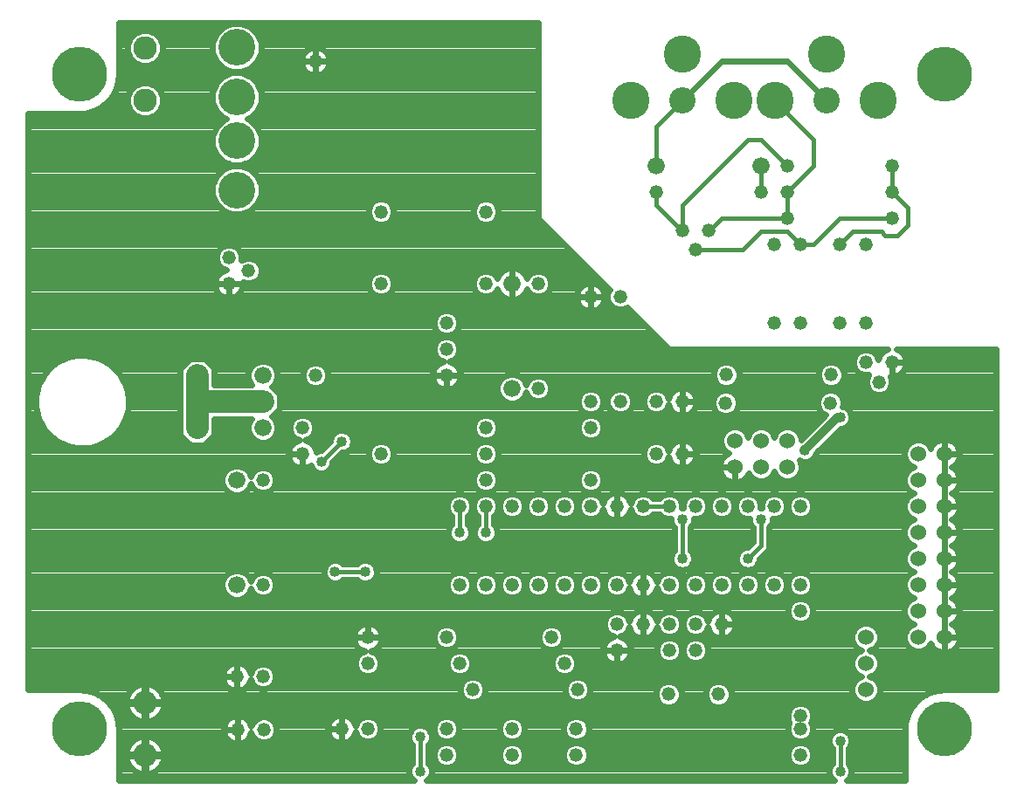
<source format=gbr>
G75*
G70*
%OFA0B0*%
%FSLAX24Y24*%
%IPPOS*%
%LPD*%
%AMOC8*
5,1,8,0,0,1.08239X$1,22.5*
%
%ADD10C,0.0900*%
%ADD11C,0.0520*%
%ADD12C,0.1400*%
%ADD13C,0.0660*%
%ADD14C,0.0600*%
%ADD15C,0.2100*%
%ADD16C,0.1004*%
%ADD17C,0.1424*%
%ADD18C,0.0240*%
%ADD19C,0.0400*%
%ADD20C,0.0860*%
%ADD21C,0.0160*%
%ADD22C,0.0320*%
D10*
X011843Y006842D03*
X011843Y008842D03*
X011843Y031842D03*
X011843Y033842D03*
D11*
X018343Y033342D03*
X020843Y027592D03*
X020843Y024842D03*
X023343Y023342D03*
X023343Y022342D03*
X023343Y021342D03*
X024843Y019342D03*
X024843Y018342D03*
X024843Y017342D03*
X024843Y016342D03*
X023843Y016342D03*
X025843Y016342D03*
X026843Y016342D03*
X027843Y016342D03*
X028843Y016342D03*
X028843Y017342D03*
X029843Y016342D03*
X030843Y016342D03*
X031843Y016342D03*
X032843Y016342D03*
X033843Y016342D03*
X034843Y016342D03*
X035843Y016342D03*
X036843Y016342D03*
X036843Y013342D03*
X036843Y012342D03*
X035843Y013342D03*
X034843Y013342D03*
X033843Y013342D03*
X032843Y013342D03*
X031843Y013342D03*
X030843Y013342D03*
X029843Y013342D03*
X028843Y013342D03*
X027843Y013342D03*
X026843Y013342D03*
X025843Y013342D03*
X024843Y013342D03*
X023843Y013342D03*
X023343Y011342D03*
X023843Y010342D03*
X024343Y009342D03*
X023343Y007842D03*
X023343Y006842D03*
X025843Y006842D03*
X025843Y007842D03*
X028293Y007842D03*
X028293Y006842D03*
X028343Y009342D03*
X027843Y010342D03*
X027343Y011342D03*
X029843Y011842D03*
X029843Y010842D03*
X030843Y011842D03*
X031843Y011842D03*
X031843Y010842D03*
X032843Y010842D03*
X032843Y011842D03*
X033843Y011842D03*
X033718Y009167D03*
X031818Y009167D03*
X036843Y008342D03*
X036843Y007842D03*
X036843Y006842D03*
X032343Y018342D03*
X031343Y018342D03*
X031343Y020342D03*
X032343Y020342D03*
X033993Y020292D03*
X034018Y021367D03*
X035843Y023342D03*
X036843Y023342D03*
X038343Y023342D03*
X039343Y023342D03*
X039343Y021842D03*
X039843Y021092D03*
X040343Y021842D03*
X038018Y021367D03*
X037993Y020292D03*
X038343Y026342D03*
X039343Y026342D03*
X040343Y027342D03*
X040343Y028342D03*
X040343Y029342D03*
X036343Y029342D03*
X036343Y028342D03*
X035343Y028342D03*
X036343Y027342D03*
X035843Y026342D03*
X036843Y026342D03*
X033343Y026892D03*
X032843Y026142D03*
X032343Y026892D03*
X031343Y028342D03*
X026843Y024842D03*
X024843Y024842D03*
X024843Y027592D03*
X028843Y024342D03*
X029968Y024342D03*
X026843Y020842D03*
X028843Y020342D03*
X028843Y019342D03*
X029968Y020342D03*
X020843Y018342D03*
X017843Y018342D03*
X017843Y019342D03*
X016343Y017342D03*
X016343Y013342D03*
X020343Y011342D03*
X020343Y010342D03*
X020343Y007842D03*
X019343Y007842D03*
X016368Y007817D03*
X015368Y007817D03*
X015343Y009842D03*
X016343Y009842D03*
X018343Y021342D03*
X015043Y024842D03*
X015793Y025342D03*
X015043Y025842D03*
D12*
X015343Y028422D03*
X015343Y030307D03*
X015343Y031977D03*
X015343Y033862D03*
D13*
X025843Y024842D03*
X025843Y020842D03*
X016343Y021342D03*
X016343Y020342D03*
X016343Y019342D03*
X015343Y017342D03*
X015343Y013342D03*
X031343Y029342D03*
X035343Y029342D03*
D14*
X035343Y018842D03*
X034343Y018842D03*
X034343Y017842D03*
X035343Y017842D03*
X036343Y017842D03*
X036343Y018842D03*
X041343Y018342D03*
X042343Y018342D03*
X042343Y017342D03*
X041343Y017342D03*
X041343Y016342D03*
X041343Y015342D03*
X042343Y015342D03*
X042343Y016342D03*
X042343Y014342D03*
X041343Y014342D03*
X041343Y013342D03*
X041343Y012342D03*
X042343Y012342D03*
X042343Y013342D03*
X042343Y011342D03*
X041343Y011342D03*
X039343Y011342D03*
X039343Y010342D03*
X039343Y009342D03*
D15*
X009343Y007842D03*
X009343Y032842D03*
X042343Y032842D03*
X042343Y007842D03*
D16*
X037843Y031842D03*
X032343Y031842D03*
D17*
X030375Y031842D03*
X032343Y033613D03*
X034312Y031842D03*
X035875Y031842D03*
X037843Y033613D03*
X039812Y031842D03*
D18*
X037843Y031842D02*
X036343Y033342D01*
X033843Y033342D01*
X032343Y031842D01*
X026843Y031820D02*
X016263Y031820D01*
X016263Y031794D02*
X016263Y032160D01*
X016123Y032498D01*
X015865Y032757D01*
X015526Y032897D01*
X015160Y032897D01*
X014822Y032757D01*
X014564Y032498D01*
X014423Y032160D01*
X014423Y031794D01*
X014564Y031456D01*
X014822Y031197D01*
X014955Y031142D01*
X014822Y031087D01*
X014564Y030828D01*
X014423Y030490D01*
X014423Y030124D01*
X014564Y029786D01*
X014822Y029527D01*
X015160Y029387D01*
X015526Y029387D01*
X015865Y029527D01*
X016123Y029786D01*
X016263Y030124D01*
X016263Y030490D01*
X016123Y030828D01*
X015865Y031087D01*
X015732Y031142D01*
X015865Y031197D01*
X016123Y031456D01*
X016263Y031794D01*
X016176Y031581D02*
X026843Y031581D01*
X026843Y031343D02*
X016011Y031343D01*
X015822Y031104D02*
X026843Y031104D01*
X026843Y030866D02*
X016085Y030866D01*
X016206Y030627D02*
X026843Y030627D01*
X026843Y030389D02*
X016263Y030389D01*
X016263Y030150D02*
X026843Y030150D01*
X026843Y029912D02*
X016176Y029912D01*
X016011Y029673D02*
X026843Y029673D01*
X026843Y029435D02*
X015642Y029435D01*
X015526Y029342D02*
X015160Y029342D01*
X014822Y029202D01*
X014564Y028943D01*
X014423Y028605D01*
X014423Y028239D01*
X014564Y027901D01*
X014822Y027642D01*
X015160Y027502D01*
X015526Y027502D01*
X015865Y027642D01*
X016123Y027901D01*
X016263Y028239D01*
X016263Y028605D01*
X016123Y028943D01*
X015865Y029202D01*
X015526Y029342D01*
X015870Y029196D02*
X026843Y029196D01*
X026843Y028958D02*
X016109Y028958D01*
X016216Y028719D02*
X026843Y028719D01*
X026843Y028480D02*
X016263Y028480D01*
X016263Y028242D02*
X026843Y028242D01*
X026843Y028003D02*
X025104Y028003D01*
X025115Y027999D02*
X024939Y028072D01*
X024748Y028072D01*
X024572Y027999D01*
X024437Y027864D01*
X024363Y027687D01*
X024363Y027496D01*
X024437Y027320D01*
X024572Y027185D01*
X024748Y027112D01*
X024939Y027112D01*
X025115Y027185D01*
X025250Y027320D01*
X025323Y027496D01*
X025323Y027687D01*
X025250Y027864D01*
X025115Y027999D01*
X025291Y027765D02*
X026843Y027765D01*
X026843Y027526D02*
X025323Y027526D01*
X025218Y027288D02*
X026897Y027288D01*
X026843Y027342D02*
X029567Y024619D01*
X029562Y024614D01*
X029488Y024437D01*
X029488Y024246D01*
X029562Y024070D01*
X029697Y023935D01*
X029873Y023862D01*
X030064Y023862D01*
X030240Y023935D01*
X030245Y023940D01*
X031843Y022342D01*
X040166Y022342D01*
X040043Y022291D01*
X039894Y022142D01*
X039816Y021954D01*
X039750Y022114D01*
X039615Y022249D01*
X039439Y022322D01*
X039248Y022322D01*
X039072Y022249D01*
X038937Y022114D01*
X038863Y021937D01*
X038863Y021746D01*
X038937Y021570D01*
X039072Y021435D01*
X039248Y021362D01*
X039436Y021362D01*
X039363Y021187D01*
X039363Y020996D01*
X039437Y020820D01*
X039572Y020685D01*
X039748Y020612D01*
X039939Y020612D01*
X040115Y020685D01*
X040250Y020820D01*
X040323Y020996D01*
X040323Y021187D01*
X040272Y021312D01*
X040343Y021312D01*
X040343Y021841D01*
X040344Y021841D01*
X040344Y021312D01*
X040449Y021312D01*
X040644Y021392D01*
X040793Y021541D01*
X040873Y021736D01*
X040873Y021841D01*
X040344Y021841D01*
X040344Y021842D01*
X040873Y021842D01*
X040873Y021947D01*
X040793Y022142D01*
X040644Y022291D01*
X040521Y022342D01*
X044323Y022342D01*
X044323Y009342D01*
X042343Y009342D01*
X042130Y009326D01*
X041921Y009281D01*
X041720Y009206D01*
X041533Y009104D01*
X041361Y008975D01*
X041210Y008824D01*
X041082Y008653D01*
X040979Y008465D01*
X040904Y008264D01*
X040859Y008055D01*
X040843Y007842D01*
X040843Y005862D01*
X038607Y005862D01*
X038724Y005979D01*
X038788Y006133D01*
X038788Y006300D01*
X038724Y006455D01*
X038668Y006511D01*
X038668Y007098D01*
X038724Y007154D01*
X038788Y007308D01*
X038788Y007475D01*
X038724Y007630D01*
X038606Y007748D01*
X038452Y007812D01*
X038285Y007812D01*
X038131Y007748D01*
X038012Y007630D01*
X037948Y007475D01*
X037948Y007308D01*
X038012Y007154D01*
X038068Y007098D01*
X038068Y006511D01*
X038012Y006455D01*
X037948Y006300D01*
X037948Y006133D01*
X038012Y005979D01*
X038130Y005862D01*
X022582Y005862D01*
X022699Y005979D01*
X022763Y006133D01*
X022763Y006300D01*
X022699Y006455D01*
X022643Y006511D01*
X022643Y007248D01*
X022699Y007304D01*
X022763Y007458D01*
X022763Y007625D01*
X022699Y007780D01*
X022581Y007898D01*
X022427Y007962D01*
X022260Y007962D01*
X022106Y007898D01*
X021987Y007780D01*
X021923Y007625D01*
X021923Y007458D01*
X021987Y007304D01*
X022043Y007248D01*
X022043Y006511D01*
X021987Y006455D01*
X021923Y006300D01*
X021923Y006133D01*
X021987Y005979D01*
X022105Y005862D01*
X010843Y005862D01*
X010843Y007842D01*
X010828Y008055D01*
X010783Y008264D01*
X010708Y008465D01*
X010605Y008653D01*
X010477Y008824D01*
X010326Y008975D01*
X010154Y009104D01*
X009967Y009206D01*
X009766Y009281D01*
X009557Y009326D01*
X009343Y009342D01*
X007363Y009342D01*
X007363Y031342D01*
X009343Y031342D01*
X009557Y031357D01*
X009766Y031402D01*
X009967Y031477D01*
X010154Y031580D01*
X010326Y031708D01*
X010477Y031859D01*
X010605Y032031D01*
X010708Y032219D01*
X010783Y032419D01*
X010828Y032628D01*
X010843Y032842D01*
X010843Y034822D01*
X026843Y034822D01*
X026843Y027342D01*
X027136Y027049D02*
X007363Y027049D01*
X007363Y026811D02*
X027375Y026811D01*
X027613Y026572D02*
X007363Y026572D01*
X007363Y026334D02*
X027852Y026334D01*
X028090Y026095D02*
X015458Y026095D01*
X015450Y026114D02*
X015315Y026249D01*
X015139Y026322D01*
X014948Y026322D01*
X014772Y026249D01*
X014637Y026114D01*
X014563Y025937D01*
X014563Y025746D01*
X014637Y025570D01*
X014772Y025435D01*
X014931Y025369D01*
X014743Y025291D01*
X014594Y025142D01*
X014513Y024947D01*
X014513Y024842D01*
X015043Y024842D01*
X015043Y024841D01*
X015044Y024841D01*
X015044Y024312D01*
X015149Y024312D01*
X015344Y024392D01*
X015493Y024541D01*
X015573Y024736D01*
X015573Y024841D01*
X015044Y024841D01*
X015044Y024842D01*
X015573Y024842D01*
X015573Y024913D01*
X015698Y024862D01*
X015889Y024862D01*
X016065Y024935D01*
X016200Y025070D01*
X016273Y025246D01*
X016273Y025437D01*
X016200Y025614D01*
X016065Y025749D01*
X015889Y025822D01*
X015698Y025822D01*
X015523Y025749D01*
X015523Y025937D01*
X015450Y026114D01*
X015523Y025856D02*
X028329Y025856D01*
X028567Y025618D02*
X016196Y025618D01*
X016273Y025379D02*
X025574Y025379D01*
X025504Y025350D02*
X025335Y025182D01*
X025279Y025046D01*
X025250Y025114D01*
X025115Y025249D01*
X024939Y025322D01*
X024748Y025322D01*
X024572Y025249D01*
X024437Y025114D01*
X024363Y024937D01*
X024363Y024746D01*
X024437Y024570D01*
X024572Y024435D01*
X024748Y024362D01*
X024939Y024362D01*
X025115Y024435D01*
X025250Y024570D01*
X025279Y024638D01*
X025335Y024502D01*
X025504Y024333D01*
X025724Y024242D01*
X025843Y024242D01*
X025843Y024841D01*
X025844Y024841D01*
X025844Y024242D01*
X025963Y024242D01*
X026183Y024333D01*
X026352Y024502D01*
X026408Y024638D01*
X026437Y024570D01*
X026572Y024435D01*
X026748Y024362D01*
X026939Y024362D01*
X027115Y024435D01*
X027250Y024570D01*
X027323Y024746D01*
X027323Y024937D01*
X027250Y025114D01*
X027115Y025249D01*
X026939Y025322D01*
X026748Y025322D01*
X026572Y025249D01*
X026437Y025114D01*
X026408Y025046D01*
X026352Y025182D01*
X026183Y025350D01*
X025963Y025442D01*
X025844Y025442D01*
X025844Y024842D01*
X025843Y024842D01*
X025843Y025442D01*
X025724Y025442D01*
X025504Y025350D01*
X025318Y025141D02*
X025223Y025141D01*
X025843Y025141D02*
X025844Y025141D01*
X025843Y025379D02*
X025844Y025379D01*
X026113Y025379D02*
X028806Y025379D01*
X029044Y025141D02*
X027223Y025141D01*
X027323Y024902D02*
X029283Y024902D01*
X029144Y024791D02*
X028949Y024872D01*
X028844Y024872D01*
X028844Y024342D01*
X029373Y024342D01*
X029373Y024447D01*
X029293Y024642D01*
X029144Y024791D01*
X029271Y024664D02*
X029521Y024664D01*
X029488Y024425D02*
X029373Y024425D01*
X029373Y024341D02*
X028844Y024341D01*
X028844Y023812D01*
X028949Y023812D01*
X029144Y023892D01*
X029293Y024041D01*
X029373Y024236D01*
X029373Y024341D01*
X029353Y024187D02*
X029513Y024187D01*
X029683Y023948D02*
X029199Y023948D01*
X028844Y023948D02*
X028843Y023948D01*
X028843Y023812D02*
X028843Y024341D01*
X028844Y024341D01*
X028844Y024342D01*
X028843Y024342D01*
X028843Y024341D01*
X028313Y024341D01*
X028313Y024236D01*
X028394Y024041D01*
X028543Y023892D01*
X028738Y023812D01*
X028843Y023812D01*
X028843Y024187D02*
X028844Y024187D01*
X028843Y024342D02*
X028313Y024342D01*
X028313Y024447D01*
X028394Y024642D01*
X028543Y024791D01*
X028738Y024872D01*
X028843Y024872D01*
X028843Y024342D01*
X028843Y024425D02*
X028844Y024425D01*
X028843Y024664D02*
X028844Y024664D01*
X028416Y024664D02*
X027289Y024664D01*
X027092Y024425D02*
X028313Y024425D01*
X028334Y024187D02*
X007363Y024187D01*
X007363Y024425D02*
X014710Y024425D01*
X014743Y024392D02*
X014938Y024312D01*
X015043Y024312D01*
X015043Y024841D01*
X014513Y024841D01*
X014513Y024736D01*
X014594Y024541D01*
X014743Y024392D01*
X015043Y024425D02*
X015044Y024425D01*
X015043Y024664D02*
X015044Y024664D01*
X015376Y024425D02*
X020595Y024425D01*
X020572Y024435D02*
X020748Y024362D01*
X020939Y024362D01*
X021115Y024435D01*
X021250Y024570D01*
X021323Y024746D01*
X021323Y024937D01*
X021250Y025114D01*
X021115Y025249D01*
X020939Y025322D01*
X020748Y025322D01*
X020572Y025249D01*
X020437Y025114D01*
X020363Y024937D01*
X020363Y024746D01*
X020437Y024570D01*
X020572Y024435D01*
X020398Y024664D02*
X015543Y024664D01*
X015573Y024902D02*
X015600Y024902D01*
X015987Y024902D02*
X020363Y024902D01*
X020464Y025141D02*
X016230Y025141D01*
X014905Y025379D02*
X007363Y025379D01*
X007363Y025141D02*
X014594Y025141D01*
X014513Y024902D02*
X007363Y024902D01*
X007363Y024664D02*
X014543Y024664D01*
X014617Y025618D02*
X007363Y025618D01*
X007363Y025856D02*
X014563Y025856D01*
X014629Y026095D02*
X007363Y026095D01*
X007363Y027288D02*
X020469Y027288D01*
X020437Y027320D02*
X020572Y027185D01*
X020748Y027112D01*
X020939Y027112D01*
X021115Y027185D01*
X021250Y027320D01*
X021323Y027496D01*
X021323Y027687D01*
X021250Y027864D01*
X021115Y027999D01*
X020939Y028072D01*
X020748Y028072D01*
X020572Y027999D01*
X020437Y027864D01*
X020363Y027687D01*
X020363Y027496D01*
X020437Y027320D01*
X020363Y027526D02*
X015586Y027526D01*
X015988Y027765D02*
X020396Y027765D01*
X020583Y028003D02*
X016166Y028003D01*
X015101Y027526D02*
X007363Y027526D01*
X007363Y027765D02*
X014699Y027765D01*
X014521Y028003D02*
X007363Y028003D01*
X007363Y028242D02*
X014423Y028242D01*
X014423Y028480D02*
X007363Y028480D01*
X007363Y028719D02*
X014471Y028719D01*
X014578Y028958D02*
X007363Y028958D01*
X007363Y029196D02*
X014817Y029196D01*
X015045Y029435D02*
X007363Y029435D01*
X007363Y029673D02*
X014676Y029673D01*
X014511Y029912D02*
X007363Y029912D01*
X007363Y030150D02*
X014423Y030150D01*
X014423Y030389D02*
X007363Y030389D01*
X007363Y030627D02*
X014480Y030627D01*
X014602Y030866D02*
X007363Y030866D01*
X007363Y031104D02*
X014865Y031104D01*
X014676Y031343D02*
X012292Y031343D01*
X012223Y031274D02*
X012411Y031462D01*
X012513Y031708D01*
X012513Y031975D01*
X012411Y032221D01*
X012223Y032410D01*
X011977Y032512D01*
X011710Y032512D01*
X011464Y032410D01*
X011275Y032221D01*
X011173Y031975D01*
X011173Y031708D01*
X011275Y031462D01*
X011464Y031274D01*
X011710Y031172D01*
X011977Y031172D01*
X012223Y031274D01*
X012461Y031581D02*
X014511Y031581D01*
X014423Y031820D02*
X012513Y031820D01*
X012479Y032059D02*
X014423Y032059D01*
X014480Y032297D02*
X012336Y032297D01*
X011351Y032297D02*
X010737Y032297D01*
X010808Y032536D02*
X014601Y032536D01*
X014865Y032774D02*
X010839Y032774D01*
X010843Y033013D02*
X014989Y033013D01*
X014822Y033082D02*
X015160Y032942D01*
X015526Y032942D01*
X015865Y033082D01*
X016123Y033341D01*
X016263Y033679D01*
X016263Y034045D01*
X016123Y034383D01*
X015865Y034642D01*
X015526Y034782D01*
X015160Y034782D01*
X014822Y034642D01*
X014564Y034383D01*
X014423Y034045D01*
X014423Y033679D01*
X014564Y033341D01*
X014822Y033082D01*
X014653Y033251D02*
X012169Y033251D01*
X012223Y033274D02*
X012411Y033462D01*
X012513Y033708D01*
X012513Y033975D01*
X012411Y034221D01*
X012223Y034410D01*
X011977Y034512D01*
X011710Y034512D01*
X011464Y034410D01*
X011275Y034221D01*
X011173Y033975D01*
X011173Y033708D01*
X011275Y033462D01*
X011464Y033274D01*
X011710Y033172D01*
X011977Y033172D01*
X012223Y033274D01*
X012423Y033490D02*
X014502Y033490D01*
X014423Y033728D02*
X012513Y033728D01*
X012513Y033967D02*
X014423Y033967D01*
X014490Y034205D02*
X012418Y034205D01*
X012140Y034444D02*
X014625Y034444D01*
X014921Y034683D02*
X010843Y034683D01*
X010843Y034444D02*
X011547Y034444D01*
X011269Y034205D02*
X010843Y034205D01*
X010843Y033967D02*
X011173Y033967D01*
X011173Y033728D02*
X010843Y033728D01*
X010843Y033490D02*
X011264Y033490D01*
X011518Y033251D02*
X010843Y033251D01*
X010621Y032059D02*
X011208Y032059D01*
X011173Y031820D02*
X010438Y031820D01*
X010157Y031581D02*
X011226Y031581D01*
X011395Y031343D02*
X009361Y031343D01*
X015698Y033013D02*
X017923Y033013D01*
X017894Y033041D02*
X018043Y032892D01*
X018238Y032812D01*
X018343Y032812D01*
X018343Y033341D01*
X018344Y033341D01*
X018344Y032812D01*
X018449Y032812D01*
X018644Y032892D01*
X018793Y033041D01*
X018873Y033236D01*
X018873Y033341D01*
X018344Y033341D01*
X018344Y033342D01*
X018873Y033342D01*
X018873Y033447D01*
X018793Y033642D01*
X018644Y033791D01*
X018449Y033872D01*
X018344Y033872D01*
X018344Y033342D01*
X018343Y033342D01*
X018343Y033341D01*
X017813Y033341D01*
X017813Y033236D01*
X017894Y033041D01*
X017813Y033251D02*
X016034Y033251D01*
X016185Y033490D02*
X017831Y033490D01*
X017813Y033447D02*
X017813Y033342D01*
X018343Y033342D01*
X018343Y033872D01*
X018238Y033872D01*
X018043Y033791D01*
X017894Y033642D01*
X017813Y033447D01*
X017981Y033728D02*
X016263Y033728D01*
X016263Y033967D02*
X026843Y033967D01*
X026843Y034205D02*
X016197Y034205D01*
X016062Y034444D02*
X026843Y034444D01*
X026843Y034683D02*
X015766Y034683D01*
X015822Y032774D02*
X026843Y032774D01*
X026843Y032536D02*
X016086Y032536D01*
X016207Y032297D02*
X026843Y032297D01*
X026843Y032059D02*
X016263Y032059D01*
X018343Y033013D02*
X018344Y033013D01*
X018343Y033251D02*
X018344Y033251D01*
X018343Y033490D02*
X018344Y033490D01*
X018343Y033728D02*
X018344Y033728D01*
X018706Y033728D02*
X026843Y033728D01*
X026843Y033490D02*
X018856Y033490D01*
X018873Y033251D02*
X026843Y033251D01*
X026843Y033013D02*
X018764Y033013D01*
X021104Y028003D02*
X024583Y028003D01*
X024396Y027765D02*
X021291Y027765D01*
X021323Y027526D02*
X024363Y027526D01*
X024469Y027288D02*
X021218Y027288D01*
X021223Y025141D02*
X024464Y025141D01*
X024363Y024902D02*
X021323Y024902D01*
X021289Y024664D02*
X024398Y024664D01*
X024595Y024425D02*
X021092Y024425D01*
X022937Y023614D02*
X022863Y023437D01*
X022863Y023246D01*
X022937Y023070D01*
X023072Y022935D01*
X023248Y022862D01*
X023439Y022862D01*
X023615Y022935D01*
X023750Y023070D01*
X023823Y023246D01*
X023823Y023437D01*
X023750Y023614D01*
X023615Y023749D01*
X023439Y023822D01*
X023248Y023822D01*
X023072Y023749D01*
X022937Y023614D01*
X023032Y023710D02*
X007363Y023710D01*
X007363Y023948D02*
X028488Y023948D01*
X026595Y024425D02*
X026275Y024425D01*
X025844Y024425D02*
X025843Y024425D01*
X025843Y024664D02*
X025844Y024664D01*
X025843Y024902D02*
X025844Y024902D01*
X026369Y025141D02*
X026464Y025141D01*
X025411Y024425D02*
X025092Y024425D01*
X023809Y023471D02*
X030714Y023471D01*
X030476Y023710D02*
X023654Y023710D01*
X023818Y023232D02*
X030953Y023232D01*
X031191Y022994D02*
X023674Y022994D01*
X023599Y022755D02*
X031430Y022755D01*
X031668Y022517D02*
X023790Y022517D01*
X023823Y022437D02*
X023750Y022614D01*
X023615Y022749D01*
X023439Y022822D01*
X023248Y022822D01*
X023072Y022749D01*
X022937Y022614D01*
X022863Y022437D01*
X022863Y022246D01*
X022937Y022070D01*
X023072Y021935D01*
X023231Y021869D01*
X023043Y021791D01*
X022894Y021642D01*
X022813Y021447D01*
X022813Y021342D01*
X023343Y021342D01*
X023343Y021341D01*
X023344Y021341D01*
X023344Y020812D01*
X023449Y020812D01*
X023644Y020892D01*
X023793Y021041D01*
X023873Y021236D01*
X023873Y021341D01*
X023344Y021341D01*
X023344Y021342D01*
X023873Y021342D01*
X023873Y021447D01*
X023793Y021642D01*
X023644Y021791D01*
X023456Y021869D01*
X023615Y021935D01*
X023750Y022070D01*
X023823Y022246D01*
X023823Y022437D01*
X023823Y022278D02*
X039143Y022278D01*
X038906Y022040D02*
X023720Y022040D01*
X023619Y021801D02*
X033813Y021801D01*
X033747Y021774D02*
X033612Y021639D01*
X033538Y021462D01*
X033538Y021271D01*
X033612Y021095D01*
X033747Y020960D01*
X033923Y020887D01*
X034114Y020887D01*
X034290Y020960D01*
X034425Y021095D01*
X034498Y021271D01*
X034498Y021462D01*
X034425Y021639D01*
X034290Y021774D01*
X034114Y021847D01*
X033923Y021847D01*
X033747Y021774D01*
X033580Y021563D02*
X023826Y021563D01*
X023873Y021324D02*
X025571Y021324D01*
X025532Y021308D02*
X025377Y021153D01*
X025293Y020951D01*
X025293Y020732D01*
X025377Y020530D01*
X025532Y020375D01*
X025734Y020292D01*
X025953Y020292D01*
X026155Y020375D01*
X026310Y020530D01*
X026381Y020703D01*
X026437Y020570D01*
X026572Y020435D01*
X026748Y020362D01*
X026939Y020362D01*
X027115Y020435D01*
X027250Y020570D01*
X027323Y020746D01*
X027323Y020937D01*
X027250Y021114D01*
X027115Y021249D01*
X026939Y021322D01*
X026748Y021322D01*
X026572Y021249D01*
X026437Y021114D01*
X026381Y020980D01*
X026310Y021153D01*
X026155Y021308D01*
X025953Y021392D01*
X025734Y021392D01*
X025532Y021308D01*
X025349Y021086D02*
X023811Y021086D01*
X023534Y020847D02*
X025293Y020847D01*
X025345Y020609D02*
X016993Y020609D01*
X016993Y020611D02*
X016692Y020912D01*
X016810Y021030D01*
X016893Y021232D01*
X016893Y021451D01*
X016810Y021653D01*
X016655Y021808D01*
X016453Y021892D01*
X016234Y021892D01*
X016032Y021808D01*
X015877Y021653D01*
X015793Y021451D01*
X015793Y021232D01*
X015877Y021030D01*
X015916Y020992D01*
X014493Y020992D01*
X014493Y021611D01*
X014113Y021992D01*
X013574Y021992D01*
X013193Y021611D01*
X013193Y019072D01*
X013574Y018692D01*
X014113Y018692D01*
X014493Y019072D01*
X014493Y019692D01*
X015916Y019692D01*
X015877Y019653D01*
X015793Y019451D01*
X015793Y019232D01*
X015877Y019030D01*
X016032Y018875D01*
X016234Y018792D01*
X016453Y018792D01*
X016655Y018875D01*
X016810Y019030D01*
X016893Y019232D01*
X016893Y019451D01*
X016810Y019653D01*
X016692Y019771D01*
X016993Y020072D01*
X016993Y020611D01*
X016993Y020370D02*
X025545Y020370D01*
X025115Y019749D02*
X024939Y019822D01*
X024748Y019822D01*
X024572Y019749D01*
X024437Y019614D01*
X024363Y019437D01*
X024363Y019246D01*
X024437Y019070D01*
X024572Y018935D01*
X024748Y018862D01*
X024939Y018862D01*
X025115Y018935D01*
X025250Y019070D01*
X025323Y019246D01*
X025323Y019437D01*
X025250Y019614D01*
X025115Y019749D01*
X025210Y019654D02*
X028477Y019654D01*
X028437Y019614D02*
X028363Y019437D01*
X028363Y019246D01*
X028437Y019070D01*
X028572Y018935D01*
X028748Y018862D01*
X028939Y018862D01*
X029115Y018935D01*
X029250Y019070D01*
X029323Y019246D01*
X029323Y019437D01*
X029250Y019614D01*
X029115Y019749D01*
X028939Y019822D01*
X028748Y019822D01*
X028572Y019749D01*
X028437Y019614D01*
X028363Y019416D02*
X025323Y019416D01*
X025295Y019177D02*
X028392Y019177D01*
X028568Y018939D02*
X025119Y018939D01*
X025115Y018749D02*
X024939Y018822D01*
X024748Y018822D01*
X024572Y018749D01*
X024437Y018614D01*
X024363Y018437D01*
X024363Y018246D01*
X024437Y018070D01*
X024572Y017935D01*
X024748Y017862D01*
X024939Y017862D01*
X025115Y017935D01*
X025250Y018070D01*
X025323Y018246D01*
X025323Y018437D01*
X025250Y018614D01*
X025115Y018749D01*
X025164Y018700D02*
X031023Y018700D01*
X031072Y018749D02*
X030937Y018614D01*
X030863Y018437D01*
X030863Y018246D01*
X030937Y018070D01*
X031072Y017935D01*
X031248Y017862D01*
X031439Y017862D01*
X031615Y017935D01*
X031750Y018070D01*
X031816Y018229D01*
X031894Y018041D01*
X032043Y017892D01*
X032238Y017812D01*
X032343Y017812D01*
X032343Y018341D01*
X032344Y018341D01*
X032344Y017812D01*
X032449Y017812D01*
X032644Y017892D01*
X032793Y018041D01*
X032873Y018236D01*
X032873Y018341D01*
X032344Y018341D01*
X032344Y018342D01*
X032873Y018342D01*
X032873Y018447D01*
X032793Y018642D01*
X032644Y018791D01*
X032449Y018872D01*
X032344Y018872D01*
X032344Y018342D01*
X032343Y018342D01*
X032343Y018872D01*
X032238Y018872D01*
X032043Y018791D01*
X031894Y018642D01*
X031816Y018454D01*
X031750Y018614D01*
X031615Y018749D01*
X031439Y018822D01*
X031248Y018822D01*
X031072Y018749D01*
X030874Y018462D02*
X025313Y018462D01*
X025314Y018223D02*
X030873Y018223D01*
X031022Y017985D02*
X025165Y017985D01*
X025115Y017749D02*
X024939Y017822D01*
X024748Y017822D01*
X024572Y017749D01*
X024437Y017614D01*
X024363Y017437D01*
X024363Y017246D01*
X024437Y017070D01*
X024572Y016935D01*
X024748Y016862D01*
X024939Y016862D01*
X025115Y016935D01*
X025250Y017070D01*
X025323Y017246D01*
X025323Y017437D01*
X025250Y017614D01*
X025115Y017749D01*
X025118Y017746D02*
X028569Y017746D01*
X028572Y017749D02*
X028437Y017614D01*
X028363Y017437D01*
X028363Y017246D01*
X028437Y017070D01*
X028572Y016935D01*
X028748Y016862D01*
X028939Y016862D01*
X029115Y016935D01*
X029250Y017070D01*
X029323Y017246D01*
X029323Y017437D01*
X029250Y017614D01*
X029115Y017749D01*
X028939Y017822D01*
X028748Y017822D01*
X028572Y017749D01*
X028393Y017507D02*
X025294Y017507D01*
X025323Y017269D02*
X028363Y017269D01*
X028476Y017030D02*
X025211Y017030D01*
X025115Y016749D02*
X024939Y016822D01*
X024748Y016822D01*
X024572Y016749D01*
X024437Y016614D01*
X024363Y016437D01*
X024363Y016246D01*
X024437Y016070D01*
X024543Y015963D01*
X024543Y015636D01*
X024487Y015580D01*
X024423Y015425D01*
X024423Y015258D01*
X024487Y015104D01*
X024606Y014986D01*
X024760Y014922D01*
X024927Y014922D01*
X025081Y014986D01*
X025199Y015104D01*
X025263Y015258D01*
X025263Y015425D01*
X025199Y015580D01*
X025143Y015636D01*
X025143Y015963D01*
X025250Y016070D01*
X025323Y016246D01*
X025323Y016437D01*
X025250Y016614D01*
X025115Y016749D01*
X025011Y016792D02*
X025676Y016792D01*
X025748Y016822D02*
X025572Y016749D01*
X025437Y016614D01*
X025363Y016437D01*
X025363Y016246D01*
X025437Y016070D01*
X025572Y015935D01*
X025748Y015862D01*
X025939Y015862D01*
X026115Y015935D01*
X026250Y016070D01*
X026323Y016246D01*
X026323Y016437D01*
X026250Y016614D01*
X026115Y016749D01*
X025939Y016822D01*
X025748Y016822D01*
X026011Y016792D02*
X026676Y016792D01*
X026748Y016822D02*
X026572Y016749D01*
X026437Y016614D01*
X026363Y016437D01*
X026363Y016246D01*
X026437Y016070D01*
X026572Y015935D01*
X026748Y015862D01*
X026939Y015862D01*
X027115Y015935D01*
X027250Y016070D01*
X027323Y016246D01*
X027323Y016437D01*
X027250Y016614D01*
X027115Y016749D01*
X026939Y016822D01*
X026748Y016822D01*
X027011Y016792D02*
X027676Y016792D01*
X027748Y016822D02*
X027572Y016749D01*
X027437Y016614D01*
X027363Y016437D01*
X027363Y016246D01*
X027437Y016070D01*
X027572Y015935D01*
X027748Y015862D01*
X027939Y015862D01*
X028115Y015935D01*
X028250Y016070D01*
X028323Y016246D01*
X028323Y016437D01*
X028250Y016614D01*
X028115Y016749D01*
X027939Y016822D01*
X027748Y016822D01*
X028011Y016792D02*
X028676Y016792D01*
X028748Y016822D02*
X028572Y016749D01*
X028437Y016614D01*
X028363Y016437D01*
X028363Y016246D01*
X028437Y016070D01*
X028572Y015935D01*
X028748Y015862D01*
X028939Y015862D01*
X029115Y015935D01*
X029250Y016070D01*
X029316Y016229D01*
X029394Y016041D01*
X029543Y015892D01*
X029738Y015812D01*
X029843Y015812D01*
X029843Y016341D01*
X029844Y016341D01*
X029844Y015812D01*
X029949Y015812D01*
X030144Y015892D01*
X030293Y016041D01*
X030371Y016229D01*
X030437Y016070D01*
X030572Y015935D01*
X030748Y015862D01*
X030939Y015862D01*
X031115Y015935D01*
X031222Y016042D01*
X031465Y016042D01*
X031572Y015935D01*
X031748Y015862D01*
X031923Y015862D01*
X031923Y015758D01*
X031987Y015604D01*
X032043Y015548D01*
X032043Y014636D01*
X031987Y014580D01*
X031923Y014425D01*
X031923Y014258D01*
X031987Y014104D01*
X032106Y013986D01*
X032260Y013922D01*
X032427Y013922D01*
X032581Y013986D01*
X032699Y014104D01*
X032763Y014258D01*
X032763Y014425D01*
X032699Y014580D01*
X032643Y014636D01*
X032643Y015548D01*
X032699Y015604D01*
X032763Y015758D01*
X032763Y015862D01*
X032939Y015862D01*
X033115Y015935D01*
X033250Y016070D01*
X033323Y016246D01*
X033323Y016437D01*
X033250Y016614D01*
X033115Y016749D01*
X032939Y016822D01*
X032748Y016822D01*
X032572Y016749D01*
X032437Y016614D01*
X032363Y016437D01*
X032363Y016262D01*
X032323Y016262D01*
X032323Y016437D01*
X032250Y016614D01*
X032115Y016749D01*
X031939Y016822D01*
X031748Y016822D01*
X031572Y016749D01*
X031465Y016642D01*
X031222Y016642D01*
X031115Y016749D01*
X030939Y016822D01*
X030748Y016822D01*
X030572Y016749D01*
X030437Y016614D01*
X030371Y016454D01*
X030293Y016642D01*
X030144Y016791D01*
X029949Y016872D01*
X029844Y016872D01*
X029844Y016342D01*
X029843Y016342D01*
X029843Y016872D01*
X029738Y016872D01*
X029543Y016791D01*
X029394Y016642D01*
X029316Y016454D01*
X029250Y016614D01*
X029115Y016749D01*
X028939Y016822D01*
X028748Y016822D01*
X029011Y016792D02*
X029545Y016792D01*
X029843Y016792D02*
X029844Y016792D01*
X029843Y016553D02*
X029844Y016553D01*
X029843Y016315D02*
X029844Y016315D01*
X029843Y016076D02*
X029844Y016076D01*
X029843Y015838D02*
X029844Y015838D01*
X030011Y015838D02*
X031923Y015838D01*
X031992Y015599D02*
X025180Y015599D01*
X025143Y015838D02*
X029675Y015838D01*
X029380Y016076D02*
X029253Y016076D01*
X029275Y016553D02*
X029357Y016553D01*
X029211Y017030D02*
X040919Y017030D01*
X040903Y017047D02*
X041049Y016901D01*
X041192Y016842D01*
X041049Y016783D01*
X040903Y016636D01*
X040823Y016445D01*
X040823Y016238D01*
X040903Y016047D01*
X041049Y015901D01*
X041192Y015842D01*
X041049Y015783D01*
X040903Y015636D01*
X040823Y015445D01*
X040823Y015238D01*
X040903Y015047D01*
X041049Y014901D01*
X041192Y014842D01*
X041049Y014783D01*
X040903Y014636D01*
X040823Y014445D01*
X040823Y014238D01*
X040903Y014047D01*
X041049Y013901D01*
X041192Y013842D01*
X041049Y013783D01*
X040903Y013636D01*
X040823Y013445D01*
X040823Y013238D01*
X040903Y013047D01*
X041049Y012901D01*
X041192Y012842D01*
X041049Y012783D01*
X040903Y012636D01*
X040823Y012445D01*
X040823Y012238D01*
X040903Y012047D01*
X041049Y011901D01*
X041192Y011842D01*
X041049Y011783D01*
X040903Y011636D01*
X040823Y011445D01*
X040823Y011238D01*
X040903Y011047D01*
X041049Y010901D01*
X041240Y010822D01*
X041447Y010822D01*
X041638Y010901D01*
X041784Y011047D01*
X041816Y011125D01*
X041860Y011019D01*
X042021Y010859D01*
X042230Y010772D01*
X042343Y010772D01*
X042343Y011341D01*
X042344Y011341D01*
X042344Y010772D01*
X042457Y010772D01*
X042666Y010859D01*
X042827Y011019D01*
X042913Y011228D01*
X042913Y011341D01*
X042344Y011341D01*
X042344Y011342D01*
X042913Y011342D01*
X042913Y011455D01*
X042827Y011665D01*
X042666Y011825D01*
X042626Y011842D01*
X042666Y011859D01*
X042827Y012019D01*
X042913Y012228D01*
X042913Y012341D01*
X042344Y012341D01*
X042344Y011772D01*
X042344Y011342D01*
X042343Y011342D01*
X042343Y011772D01*
X042343Y012341D01*
X042344Y012341D01*
X042344Y012342D01*
X042913Y012342D01*
X042913Y012455D01*
X042827Y012665D01*
X042666Y012825D01*
X042626Y012842D01*
X042666Y012859D01*
X042827Y013019D01*
X042913Y013228D01*
X042913Y013341D01*
X042344Y013341D01*
X042344Y012912D01*
X042344Y012342D01*
X042343Y012342D01*
X042343Y012912D01*
X042343Y013341D01*
X042344Y013341D01*
X042344Y013342D01*
X042913Y013342D01*
X042913Y013455D01*
X042827Y013665D01*
X042666Y013825D01*
X042626Y013842D01*
X042666Y013859D01*
X042827Y014019D01*
X042913Y014228D01*
X042913Y014341D01*
X042344Y014341D01*
X042344Y013912D01*
X042344Y013342D01*
X042343Y013342D01*
X042343Y013912D01*
X042343Y014341D01*
X042344Y014341D01*
X042344Y014342D01*
X042913Y014342D01*
X042913Y014455D01*
X042827Y014665D01*
X042666Y014825D01*
X042626Y014842D01*
X042666Y014859D01*
X042827Y015019D01*
X042913Y015228D01*
X042913Y015341D01*
X042344Y015341D01*
X042344Y014912D01*
X042344Y014342D01*
X042343Y014342D01*
X042343Y014912D01*
X042343Y015341D01*
X042344Y015341D01*
X042344Y015342D01*
X042913Y015342D01*
X042913Y015455D01*
X042827Y015665D01*
X042666Y015825D01*
X042626Y015842D01*
X042666Y015859D01*
X042827Y016019D01*
X042913Y016228D01*
X042913Y016341D01*
X042344Y016341D01*
X042344Y015912D01*
X042344Y015342D01*
X042343Y015342D01*
X042343Y015912D01*
X042343Y016341D01*
X042344Y016341D01*
X042344Y016342D01*
X042913Y016342D01*
X042913Y016455D01*
X042827Y016665D01*
X042666Y016825D01*
X042626Y016842D01*
X042666Y016859D01*
X042827Y017019D01*
X042913Y017228D01*
X042913Y017341D01*
X042344Y017341D01*
X042344Y016912D01*
X042344Y016342D01*
X042343Y016342D01*
X042343Y016912D01*
X042343Y017341D01*
X042344Y017341D01*
X042344Y017342D01*
X042913Y017342D01*
X042913Y017455D01*
X042827Y017665D01*
X042666Y017825D01*
X042626Y017842D01*
X042666Y017859D01*
X042827Y018019D01*
X042913Y018228D01*
X042913Y018341D01*
X042344Y018341D01*
X042344Y017772D01*
X042344Y017342D01*
X042343Y017342D01*
X042343Y017912D01*
X042343Y018341D01*
X042344Y018341D01*
X042344Y018342D01*
X042913Y018342D01*
X042913Y018455D01*
X042827Y018665D01*
X042666Y018825D01*
X042457Y018912D01*
X042344Y018912D01*
X042344Y018342D01*
X042343Y018342D01*
X042343Y018912D01*
X042230Y018912D01*
X042021Y018825D01*
X041860Y018665D01*
X041816Y018559D01*
X041784Y018636D01*
X041638Y018783D01*
X041447Y018862D01*
X041240Y018862D01*
X041049Y018783D01*
X040903Y018636D01*
X040823Y018445D01*
X040823Y018238D01*
X040903Y018047D01*
X041049Y017901D01*
X041192Y017842D01*
X041049Y017783D01*
X040903Y017636D01*
X040823Y017445D01*
X040823Y017238D01*
X040903Y017047D01*
X040823Y017269D02*
X029323Y017269D01*
X029294Y017507D02*
X033872Y017507D01*
X033860Y017519D02*
X034021Y017359D01*
X034230Y017272D01*
X034343Y017272D01*
X034343Y017841D01*
X034344Y017841D01*
X034344Y017272D01*
X034457Y017272D01*
X034666Y017359D01*
X034827Y017519D01*
X034871Y017625D01*
X034903Y017547D01*
X035049Y017401D01*
X035240Y017322D01*
X035447Y017322D01*
X035638Y017401D01*
X035784Y017547D01*
X035843Y017690D01*
X035903Y017547D01*
X036049Y017401D01*
X036240Y017322D01*
X036447Y017322D01*
X036638Y017401D01*
X036784Y017547D01*
X036863Y017738D01*
X036863Y017945D01*
X036798Y018104D01*
X036834Y018088D01*
X036836Y018087D01*
X036838Y018087D01*
X036935Y018047D01*
X037102Y018047D01*
X037256Y018111D01*
X037374Y018229D01*
X037432Y018368D01*
X038386Y019322D01*
X038452Y019322D01*
X038606Y019386D01*
X038724Y019504D01*
X038788Y019658D01*
X038788Y019825D01*
X038724Y019980D01*
X038606Y020098D01*
X038458Y020159D01*
X038473Y020196D01*
X038473Y020387D01*
X038400Y020564D01*
X038265Y020699D01*
X038089Y020772D01*
X037898Y020772D01*
X037722Y020699D01*
X037587Y020564D01*
X037513Y020387D01*
X037513Y020196D01*
X037587Y020020D01*
X037722Y019885D01*
X037829Y019840D01*
X036863Y018874D01*
X036863Y018945D01*
X036784Y019136D01*
X036638Y019283D01*
X036447Y019362D01*
X036240Y019362D01*
X036049Y019283D01*
X035903Y019136D01*
X035843Y018993D01*
X035784Y019136D01*
X035638Y019283D01*
X035447Y019362D01*
X035240Y019362D01*
X035049Y019283D01*
X034903Y019136D01*
X034843Y018993D01*
X034784Y019136D01*
X034638Y019283D01*
X034447Y019362D01*
X034240Y019362D01*
X034049Y019283D01*
X033903Y019136D01*
X033823Y018945D01*
X033823Y018738D01*
X033903Y018547D01*
X034049Y018401D01*
X034126Y018369D01*
X034021Y018325D01*
X033860Y018165D01*
X033773Y017955D01*
X033773Y017842D01*
X034343Y017842D01*
X034343Y017841D01*
X033773Y017841D01*
X033773Y017728D01*
X033860Y017519D01*
X033773Y017746D02*
X029118Y017746D01*
X030142Y016792D02*
X030676Y016792D01*
X031011Y016792D02*
X031676Y016792D01*
X032011Y016792D02*
X032676Y016792D01*
X033011Y016792D02*
X033676Y016792D01*
X033748Y016822D02*
X033572Y016749D01*
X033437Y016614D01*
X033363Y016437D01*
X033363Y016246D01*
X033437Y016070D01*
X033572Y015935D01*
X033748Y015862D01*
X033939Y015862D01*
X034115Y015935D01*
X034250Y016070D01*
X034323Y016246D01*
X034323Y016437D01*
X034250Y016614D01*
X034115Y016749D01*
X033939Y016822D01*
X033748Y016822D01*
X034011Y016792D02*
X034676Y016792D01*
X034748Y016822D02*
X034572Y016749D01*
X034437Y016614D01*
X034363Y016437D01*
X034363Y016246D01*
X034437Y016070D01*
X034572Y015935D01*
X034748Y015862D01*
X034923Y015862D01*
X034923Y015758D01*
X034987Y015604D01*
X035043Y015548D01*
X035043Y014966D01*
X034839Y014762D01*
X034760Y014762D01*
X034606Y014698D01*
X034487Y014580D01*
X034423Y014425D01*
X034423Y014258D01*
X034487Y014104D01*
X034606Y013986D01*
X034760Y013922D01*
X034927Y013922D01*
X035081Y013986D01*
X035199Y014104D01*
X035263Y014258D01*
X035263Y014337D01*
X035468Y014542D01*
X035643Y014717D01*
X035643Y015548D01*
X035699Y015604D01*
X035763Y015758D01*
X035763Y015862D01*
X035939Y015862D01*
X036115Y015935D01*
X036250Y016070D01*
X036323Y016246D01*
X036323Y016437D01*
X036250Y016614D01*
X036115Y016749D01*
X035939Y016822D01*
X035748Y016822D01*
X035572Y016749D01*
X035437Y016614D01*
X035363Y016437D01*
X035363Y016262D01*
X035323Y016262D01*
X035323Y016437D01*
X035250Y016614D01*
X035115Y016749D01*
X034939Y016822D01*
X034748Y016822D01*
X035011Y016792D02*
X035676Y016792D01*
X036011Y016792D02*
X036676Y016792D01*
X036748Y016822D02*
X036572Y016749D01*
X036437Y016614D01*
X036363Y016437D01*
X036363Y016246D01*
X036437Y016070D01*
X036572Y015935D01*
X036748Y015862D01*
X036939Y015862D01*
X037115Y015935D01*
X037250Y016070D01*
X037323Y016246D01*
X037323Y016437D01*
X037250Y016614D01*
X037115Y016749D01*
X036939Y016822D01*
X036748Y016822D01*
X037011Y016792D02*
X041071Y016792D01*
X040868Y016553D02*
X037275Y016553D01*
X037323Y016315D02*
X040823Y016315D01*
X040891Y016076D02*
X037253Y016076D01*
X036434Y016076D02*
X036253Y016076D01*
X036323Y016315D02*
X036363Y016315D01*
X036412Y016553D02*
X036275Y016553D01*
X035412Y016553D02*
X035275Y016553D01*
X035323Y016315D02*
X035363Y016315D01*
X035763Y015838D02*
X041182Y015838D01*
X040887Y015599D02*
X035695Y015599D01*
X035643Y015361D02*
X040823Y015361D01*
X040872Y015122D02*
X035643Y015122D01*
X035643Y014883D02*
X041091Y014883D01*
X040911Y014645D02*
X035571Y014645D01*
X035332Y014406D02*
X040823Y014406D01*
X040853Y014168D02*
X035226Y014168D01*
X034945Y013929D02*
X041021Y013929D01*
X040957Y013691D02*
X037173Y013691D01*
X037115Y013749D02*
X036939Y013822D01*
X036748Y013822D01*
X036572Y013749D01*
X036437Y013614D01*
X036363Y013437D01*
X036363Y013246D01*
X036437Y013070D01*
X036572Y012935D01*
X036748Y012862D01*
X036939Y012862D01*
X037115Y012935D01*
X037250Y013070D01*
X037323Y013246D01*
X037323Y013437D01*
X037250Y013614D01*
X037115Y013749D01*
X037317Y013452D02*
X040826Y013452D01*
X040834Y013214D02*
X037310Y013214D01*
X037156Y012975D02*
X040975Y012975D01*
X041003Y012737D02*
X037127Y012737D01*
X037115Y012749D02*
X036939Y012822D01*
X036748Y012822D01*
X036572Y012749D01*
X036437Y012614D01*
X036363Y012437D01*
X036363Y012246D01*
X036437Y012070D01*
X036572Y011935D01*
X036748Y011862D01*
X036939Y011862D01*
X037115Y011935D01*
X037250Y012070D01*
X037323Y012246D01*
X037323Y012437D01*
X037250Y012614D01*
X037115Y012749D01*
X037298Y012498D02*
X040845Y012498D01*
X040823Y012259D02*
X037323Y012259D01*
X037201Y012021D02*
X040929Y012021D01*
X041049Y011782D02*
X039638Y011782D01*
X039638Y011783D02*
X039447Y011862D01*
X039240Y011862D01*
X039049Y011783D01*
X038903Y011636D01*
X038823Y011445D01*
X038823Y011238D01*
X038903Y011047D01*
X039049Y010901D01*
X039192Y010842D01*
X039049Y010783D01*
X038903Y010636D01*
X038823Y010445D01*
X038823Y010238D01*
X038903Y010047D01*
X039049Y009901D01*
X039192Y009842D01*
X039049Y009783D01*
X038903Y009636D01*
X038823Y009445D01*
X038823Y009238D01*
X038903Y009047D01*
X039049Y008901D01*
X039240Y008822D01*
X039447Y008822D01*
X039638Y008901D01*
X039784Y009047D01*
X039863Y009238D01*
X039863Y009445D01*
X039784Y009636D01*
X039638Y009783D01*
X039495Y009842D01*
X039638Y009901D01*
X039784Y010047D01*
X039863Y010238D01*
X039863Y010445D01*
X039784Y010636D01*
X039638Y010783D01*
X039495Y010842D01*
X039638Y010901D01*
X039784Y011047D01*
X039863Y011238D01*
X039863Y011445D01*
X039784Y011636D01*
X039638Y011783D01*
X039823Y011544D02*
X040864Y011544D01*
X040823Y011305D02*
X039863Y011305D01*
X039792Y011067D02*
X040894Y011067D01*
X041224Y010828D02*
X039528Y010828D01*
X039804Y010590D02*
X044323Y010590D01*
X044323Y010828D02*
X042593Y010828D01*
X042344Y010828D02*
X042343Y010828D01*
X042343Y011067D02*
X042344Y011067D01*
X042343Y011305D02*
X042344Y011305D01*
X042343Y011544D02*
X042344Y011544D01*
X042343Y011782D02*
X042344Y011782D01*
X042343Y012021D02*
X042344Y012021D01*
X042343Y012259D02*
X042344Y012259D01*
X042343Y012498D02*
X042344Y012498D01*
X042343Y012737D02*
X042344Y012737D01*
X042343Y012975D02*
X042344Y012975D01*
X042343Y013214D02*
X042344Y013214D01*
X042343Y013452D02*
X042344Y013452D01*
X042343Y013691D02*
X042344Y013691D01*
X042343Y013929D02*
X042344Y013929D01*
X042343Y014168D02*
X042344Y014168D01*
X042343Y014406D02*
X042344Y014406D01*
X042343Y014645D02*
X042344Y014645D01*
X042343Y014883D02*
X042344Y014883D01*
X042343Y015122D02*
X042344Y015122D01*
X042343Y015361D02*
X042344Y015361D01*
X042343Y015599D02*
X042344Y015599D01*
X042343Y015838D02*
X042344Y015838D01*
X042343Y016076D02*
X042344Y016076D01*
X042343Y016315D02*
X042344Y016315D01*
X042343Y016553D02*
X042344Y016553D01*
X042343Y016792D02*
X042344Y016792D01*
X042343Y017030D02*
X042344Y017030D01*
X042343Y017269D02*
X042344Y017269D01*
X042343Y017507D02*
X042344Y017507D01*
X042343Y017746D02*
X042344Y017746D01*
X042343Y017985D02*
X042344Y017985D01*
X042343Y018223D02*
X042344Y018223D01*
X042343Y018462D02*
X042344Y018462D01*
X042343Y018700D02*
X042344Y018700D01*
X042791Y018700D02*
X044323Y018700D01*
X044323Y018462D02*
X042911Y018462D01*
X042911Y018223D02*
X044323Y018223D01*
X044323Y017985D02*
X042792Y017985D01*
X042745Y017746D02*
X044323Y017746D01*
X044323Y017507D02*
X042892Y017507D01*
X042913Y017269D02*
X044323Y017269D01*
X044323Y017030D02*
X042831Y017030D01*
X042699Y016792D02*
X044323Y016792D01*
X044323Y016553D02*
X042873Y016553D01*
X042913Y016315D02*
X044323Y016315D01*
X044323Y016076D02*
X042850Y016076D01*
X042636Y015838D02*
X044323Y015838D01*
X044323Y015599D02*
X042854Y015599D01*
X042913Y015361D02*
X044323Y015361D01*
X044323Y015122D02*
X042869Y015122D01*
X042691Y014883D02*
X044323Y014883D01*
X044323Y014645D02*
X042835Y014645D01*
X042913Y014406D02*
X044323Y014406D01*
X044323Y014168D02*
X042888Y014168D01*
X042737Y013929D02*
X044323Y013929D01*
X044323Y013691D02*
X042801Y013691D01*
X042913Y013452D02*
X044323Y013452D01*
X044323Y013214D02*
X042907Y013214D01*
X042783Y012975D02*
X044323Y012975D01*
X044323Y012737D02*
X042755Y012737D01*
X042896Y012498D02*
X044323Y012498D01*
X044323Y012259D02*
X042913Y012259D01*
X042828Y012021D02*
X044323Y012021D01*
X044323Y011782D02*
X042709Y011782D01*
X042877Y011544D02*
X044323Y011544D01*
X044323Y011305D02*
X042913Y011305D01*
X042846Y011067D02*
X044323Y011067D01*
X044323Y010351D02*
X039863Y010351D01*
X039811Y010113D02*
X044323Y010113D01*
X044323Y009874D02*
X039573Y009874D01*
X039785Y009636D02*
X044323Y009636D01*
X044323Y009397D02*
X039863Y009397D01*
X039830Y009158D02*
X041633Y009158D01*
X041306Y008920D02*
X039657Y008920D01*
X039030Y008920D02*
X034136Y008920D01*
X034125Y008895D02*
X034198Y009071D01*
X034198Y009262D01*
X034125Y009439D01*
X033990Y009574D01*
X033814Y009647D01*
X033623Y009647D01*
X033447Y009574D01*
X033312Y009439D01*
X033238Y009262D01*
X033238Y009071D01*
X033312Y008895D01*
X033447Y008760D01*
X033623Y008687D01*
X033814Y008687D01*
X033990Y008760D01*
X034125Y008895D01*
X034198Y009158D02*
X038857Y009158D01*
X038823Y009397D02*
X034143Y009397D01*
X033841Y009636D02*
X038902Y009636D01*
X039114Y009874D02*
X027969Y009874D01*
X027939Y009862D02*
X028115Y009935D01*
X028250Y010070D01*
X028323Y010246D01*
X028323Y010437D01*
X028250Y010614D01*
X028115Y010749D01*
X027939Y010822D01*
X027748Y010822D01*
X027572Y010749D01*
X027437Y010614D01*
X027363Y010437D01*
X027363Y010246D01*
X027437Y010070D01*
X027572Y009935D01*
X027748Y009862D01*
X027939Y009862D01*
X028072Y009749D02*
X027937Y009614D01*
X027863Y009437D01*
X027863Y009246D01*
X027937Y009070D01*
X028072Y008935D01*
X028248Y008862D01*
X028439Y008862D01*
X028615Y008935D01*
X028750Y009070D01*
X028823Y009246D01*
X028823Y009437D01*
X028750Y009614D01*
X028615Y009749D01*
X028439Y009822D01*
X028248Y009822D01*
X028072Y009749D01*
X027958Y009636D02*
X024728Y009636D01*
X024750Y009614D02*
X024615Y009749D01*
X024439Y009822D01*
X024248Y009822D01*
X024072Y009749D01*
X023937Y009614D01*
X023863Y009437D01*
X023863Y009246D01*
X023937Y009070D01*
X024072Y008935D01*
X024248Y008862D01*
X024439Y008862D01*
X024615Y008935D01*
X024750Y009070D01*
X024823Y009246D01*
X024823Y009437D01*
X024750Y009614D01*
X024823Y009397D02*
X027863Y009397D01*
X027900Y009158D02*
X024787Y009158D01*
X024579Y008920D02*
X028108Y008920D01*
X028579Y008920D02*
X031401Y008920D01*
X031412Y008895D02*
X031547Y008760D01*
X031723Y008687D01*
X031914Y008687D01*
X032090Y008760D01*
X032225Y008895D01*
X032298Y009071D01*
X032298Y009262D01*
X032225Y009439D01*
X032090Y009574D01*
X031914Y009647D01*
X031723Y009647D01*
X031547Y009574D01*
X031412Y009439D01*
X031338Y009262D01*
X031338Y009071D01*
X031412Y008895D01*
X031338Y009158D02*
X028787Y009158D01*
X028823Y009397D02*
X031394Y009397D01*
X031696Y009636D02*
X028728Y009636D01*
X028268Y010113D02*
X038876Y010113D01*
X038823Y010351D02*
X030044Y010351D01*
X029949Y010312D02*
X030144Y010392D01*
X030293Y010541D01*
X030373Y010736D01*
X030373Y010841D01*
X029844Y010841D01*
X029844Y010312D01*
X029949Y010312D01*
X029843Y010312D02*
X029843Y010841D01*
X029844Y010841D01*
X029844Y010842D01*
X030373Y010842D01*
X030373Y010947D01*
X030293Y011142D01*
X030144Y011291D01*
X029956Y011369D01*
X030115Y011435D01*
X030250Y011570D01*
X030316Y011729D01*
X030394Y011541D01*
X030543Y011392D01*
X030738Y011312D01*
X030843Y011312D01*
X030843Y011841D01*
X030844Y011841D01*
X030844Y011312D01*
X030949Y011312D01*
X031144Y011392D01*
X031293Y011541D01*
X031371Y011729D01*
X031437Y011570D01*
X031572Y011435D01*
X031748Y011362D01*
X031939Y011362D01*
X032115Y011435D01*
X032250Y011570D01*
X032323Y011746D01*
X032323Y011937D01*
X032250Y012114D01*
X032115Y012249D01*
X031939Y012322D01*
X031748Y012322D01*
X031572Y012249D01*
X031437Y012114D01*
X031371Y011954D01*
X031293Y012142D01*
X031144Y012291D01*
X030949Y012372D01*
X030844Y012372D01*
X030844Y011842D01*
X030843Y011842D01*
X030843Y012372D01*
X030738Y012372D01*
X030543Y012291D01*
X030394Y012142D01*
X030316Y011954D01*
X030250Y012114D01*
X030115Y012249D01*
X029939Y012322D01*
X029748Y012322D01*
X029572Y012249D01*
X029437Y012114D01*
X029363Y011937D01*
X029363Y011746D01*
X029437Y011570D01*
X029572Y011435D01*
X029731Y011369D01*
X029543Y011291D01*
X029394Y011142D01*
X029313Y010947D01*
X029313Y010842D01*
X029843Y010842D01*
X029843Y010841D01*
X029313Y010841D01*
X029313Y010736D01*
X029394Y010541D01*
X029543Y010392D01*
X029738Y010312D01*
X029843Y010312D01*
X029843Y010351D02*
X029844Y010351D01*
X029643Y010351D02*
X028323Y010351D01*
X028260Y010590D02*
X029374Y010590D01*
X029313Y010828D02*
X020489Y010828D01*
X020456Y010815D02*
X020644Y010892D01*
X020793Y011041D01*
X020873Y011236D01*
X020873Y011341D01*
X020344Y011341D01*
X020344Y011342D01*
X020873Y011342D01*
X020873Y011447D01*
X020793Y011642D01*
X020644Y011791D01*
X020449Y011872D01*
X020344Y011872D01*
X020344Y011342D01*
X020343Y011342D01*
X020343Y011341D01*
X019813Y011341D01*
X019813Y011236D01*
X019894Y011041D01*
X020043Y010892D01*
X020231Y010815D01*
X020072Y010749D01*
X019937Y010614D01*
X019863Y010437D01*
X019863Y010246D01*
X019937Y010070D01*
X020072Y009935D01*
X020248Y009862D01*
X020439Y009862D01*
X020615Y009935D01*
X020750Y010070D01*
X020823Y010246D01*
X020823Y010437D01*
X020750Y010614D01*
X020615Y010749D01*
X020456Y010815D01*
X020198Y010828D02*
X007363Y010828D01*
X007363Y010590D02*
X019927Y010590D01*
X019863Y010351D02*
X015499Y010351D01*
X015449Y010372D02*
X015344Y010372D01*
X015344Y009842D01*
X015343Y009842D01*
X015343Y009841D01*
X015344Y009841D01*
X015344Y009312D01*
X015449Y009312D01*
X015644Y009392D01*
X015793Y009541D01*
X015871Y009729D01*
X015937Y009570D01*
X016072Y009435D01*
X016248Y009362D01*
X016439Y009362D01*
X016615Y009435D01*
X016750Y009570D01*
X016823Y009746D01*
X016823Y009937D01*
X016750Y010114D01*
X016615Y010249D01*
X016439Y010322D01*
X016248Y010322D01*
X016072Y010249D01*
X015937Y010114D01*
X015871Y009954D01*
X015793Y010142D01*
X015644Y010291D01*
X015449Y010372D01*
X015343Y010372D02*
X015343Y009842D01*
X014813Y009842D01*
X014813Y009947D01*
X014894Y010142D01*
X015043Y010291D01*
X015238Y010372D01*
X015343Y010372D01*
X015343Y010351D02*
X015344Y010351D01*
X015188Y010351D02*
X007363Y010351D01*
X007363Y010113D02*
X014882Y010113D01*
X014813Y009874D02*
X007363Y009874D01*
X007363Y009636D02*
X014855Y009636D01*
X014894Y009541D02*
X015043Y009392D01*
X015238Y009312D01*
X015343Y009312D01*
X015343Y009841D01*
X014813Y009841D01*
X014813Y009736D01*
X014894Y009541D01*
X015039Y009397D02*
X012306Y009397D01*
X012251Y009452D02*
X011987Y009562D01*
X011873Y009562D01*
X011873Y008872D01*
X011813Y008872D01*
X011813Y008812D01*
X011123Y008812D01*
X011123Y008698D01*
X011233Y008434D01*
X011436Y008231D01*
X011700Y008122D01*
X011813Y008122D01*
X011813Y008811D01*
X011873Y008811D01*
X011873Y008122D01*
X011987Y008122D01*
X012251Y008231D01*
X012454Y008434D01*
X012563Y008698D01*
X012563Y008812D01*
X011874Y008812D01*
X011874Y008872D01*
X012563Y008872D01*
X012563Y008985D01*
X012454Y009250D01*
X012251Y009452D01*
X012492Y009158D02*
X023900Y009158D01*
X023863Y009397D02*
X016524Y009397D01*
X016778Y009636D02*
X023958Y009636D01*
X023939Y009862D02*
X023748Y009862D01*
X023572Y009935D01*
X023437Y010070D01*
X023363Y010246D01*
X023363Y010437D01*
X023437Y010614D01*
X023572Y010749D01*
X023748Y010822D01*
X023939Y010822D01*
X024115Y010749D01*
X024250Y010614D01*
X024323Y010437D01*
X024323Y010246D01*
X024250Y010070D01*
X024115Y009935D01*
X023939Y009862D01*
X023969Y009874D02*
X027718Y009874D01*
X027419Y010113D02*
X024268Y010113D01*
X024323Y010351D02*
X027363Y010351D01*
X027427Y010590D02*
X024260Y010590D01*
X023750Y011070D02*
X023823Y011246D01*
X023823Y011437D01*
X023750Y011614D01*
X023615Y011749D01*
X023439Y011822D01*
X023248Y011822D01*
X023072Y011749D01*
X022937Y011614D01*
X022863Y011437D01*
X022863Y011246D01*
X022937Y011070D01*
X023072Y010935D01*
X023248Y010862D01*
X023439Y010862D01*
X023615Y010935D01*
X023750Y011070D01*
X023747Y011067D02*
X026940Y011067D01*
X026937Y011070D02*
X027072Y010935D01*
X027248Y010862D01*
X027439Y010862D01*
X027615Y010935D01*
X027750Y011070D01*
X027823Y011246D01*
X027823Y011437D01*
X027750Y011614D01*
X027615Y011749D01*
X027439Y011822D01*
X027248Y011822D01*
X027072Y011749D01*
X026937Y011614D01*
X026863Y011437D01*
X026863Y011246D01*
X026937Y011070D01*
X026863Y011305D02*
X023823Y011305D01*
X023779Y011544D02*
X026908Y011544D01*
X027153Y011782D02*
X023534Y011782D01*
X023153Y011782D02*
X020652Y011782D01*
X020833Y011544D02*
X022908Y011544D01*
X022863Y011305D02*
X020873Y011305D01*
X020803Y011067D02*
X022940Y011067D01*
X023427Y010590D02*
X020760Y010590D01*
X020823Y010351D02*
X023363Y010351D01*
X023419Y010113D02*
X020768Y010113D01*
X020469Y009874D02*
X023718Y009874D01*
X024108Y008920D02*
X012563Y008920D01*
X012556Y008681D02*
X036504Y008681D01*
X036437Y008614D02*
X036363Y008437D01*
X036363Y008246D01*
X036427Y008092D01*
X036363Y007937D01*
X036363Y007746D01*
X036437Y007570D01*
X036572Y007435D01*
X036748Y007362D01*
X036939Y007362D01*
X037115Y007435D01*
X037250Y007570D01*
X037323Y007746D01*
X037323Y007937D01*
X037259Y008092D01*
X037323Y008246D01*
X037323Y008437D01*
X037250Y008614D01*
X037115Y008749D01*
X036939Y008822D01*
X036748Y008822D01*
X036572Y008749D01*
X036437Y008614D01*
X036366Y008443D02*
X012458Y008443D01*
X012186Y008204D02*
X015006Y008204D01*
X015068Y008266D02*
X014919Y008117D01*
X014838Y007922D01*
X014838Y007817D01*
X015368Y007817D01*
X015368Y007816D01*
X015369Y007816D01*
X015369Y007287D01*
X015474Y007287D01*
X015669Y007367D01*
X015818Y007516D01*
X015896Y007704D01*
X015962Y007545D01*
X016097Y007410D01*
X016273Y007337D01*
X016464Y007337D01*
X016640Y007410D01*
X016775Y007545D01*
X016848Y007721D01*
X016848Y007912D01*
X016775Y008089D01*
X016640Y008224D01*
X016464Y008297D01*
X016273Y008297D01*
X016097Y008224D01*
X015962Y008089D01*
X015896Y007929D01*
X015818Y008117D01*
X015669Y008266D01*
X015474Y008347D01*
X015369Y008347D01*
X015369Y007817D01*
X015368Y007817D01*
X015368Y008347D01*
X015263Y008347D01*
X015068Y008266D01*
X015368Y008204D02*
X015369Y008204D01*
X015368Y007966D02*
X015369Y007966D01*
X015368Y007816D02*
X014838Y007816D01*
X014838Y007711D01*
X014919Y007516D01*
X015068Y007367D01*
X015263Y007287D01*
X015368Y007287D01*
X015368Y007816D01*
X015368Y007727D02*
X015369Y007727D01*
X015368Y007489D02*
X015369Y007489D01*
X015790Y007489D02*
X016018Y007489D01*
X015911Y007966D02*
X015880Y007966D01*
X015730Y008204D02*
X016077Y008204D01*
X016660Y008204D02*
X018956Y008204D01*
X018894Y008142D02*
X019043Y008291D01*
X019238Y008372D01*
X019343Y008372D01*
X019343Y007842D01*
X019343Y007841D01*
X019344Y007841D01*
X019344Y007312D01*
X019449Y007312D01*
X019644Y007392D01*
X019793Y007541D01*
X019871Y007729D01*
X019937Y007570D01*
X020072Y007435D01*
X020248Y007362D01*
X020439Y007362D01*
X020615Y007435D01*
X020750Y007570D01*
X020823Y007746D01*
X020823Y007937D01*
X020750Y008114D01*
X020615Y008249D01*
X020439Y008322D01*
X020248Y008322D01*
X020072Y008249D01*
X019937Y008114D01*
X019871Y007954D01*
X019793Y008142D01*
X019644Y008291D01*
X019449Y008372D01*
X019344Y008372D01*
X019344Y007842D01*
X019343Y007842D01*
X018813Y007842D01*
X018813Y007947D01*
X018894Y008142D01*
X018821Y007966D02*
X016826Y007966D01*
X016848Y007727D02*
X018817Y007727D01*
X018813Y007736D02*
X018894Y007541D01*
X019043Y007392D01*
X019238Y007312D01*
X019343Y007312D01*
X019343Y007841D01*
X018813Y007841D01*
X018813Y007736D01*
X018947Y007489D02*
X016719Y007489D01*
X014947Y007489D02*
X012163Y007489D01*
X012251Y007452D02*
X011987Y007562D01*
X011873Y007562D01*
X011873Y006872D01*
X011813Y006872D01*
X011813Y006812D01*
X011123Y006812D01*
X011123Y006698D01*
X011233Y006434D01*
X011436Y006231D01*
X011700Y006122D01*
X011813Y006122D01*
X011813Y006811D01*
X011873Y006811D01*
X011873Y006122D01*
X011987Y006122D01*
X012251Y006231D01*
X012454Y006434D01*
X012563Y006698D01*
X012563Y006812D01*
X011874Y006812D01*
X011874Y006872D01*
X012563Y006872D01*
X012563Y006985D01*
X012454Y007250D01*
X012251Y007452D01*
X012453Y007250D02*
X022041Y007250D01*
X022043Y007012D02*
X012552Y007012D01*
X012563Y006773D02*
X022043Y006773D01*
X022043Y006534D02*
X012495Y006534D01*
X012316Y006296D02*
X021923Y006296D01*
X021955Y006057D02*
X010843Y006057D01*
X010843Y006296D02*
X011371Y006296D01*
X011191Y006534D02*
X010843Y006534D01*
X010843Y006773D02*
X011123Y006773D01*
X011123Y006872D02*
X011813Y006872D01*
X011813Y007562D01*
X011700Y007562D01*
X011436Y007452D01*
X011233Y007250D01*
X011123Y006985D01*
X011123Y006872D01*
X011134Y007012D02*
X010843Y007012D01*
X010843Y007250D02*
X011234Y007250D01*
X011524Y007489D02*
X010843Y007489D01*
X010843Y007727D02*
X014838Y007727D01*
X014857Y007966D02*
X010835Y007966D01*
X010796Y008204D02*
X011501Y008204D01*
X011813Y008204D02*
X011873Y008204D01*
X011873Y008443D02*
X011813Y008443D01*
X011813Y008681D02*
X011873Y008681D01*
X011813Y008872D02*
X011123Y008872D01*
X011123Y008985D01*
X011233Y009250D01*
X011436Y009452D01*
X011700Y009562D01*
X011813Y009562D01*
X011813Y008872D01*
X011813Y008920D02*
X011873Y008920D01*
X011873Y009158D02*
X011813Y009158D01*
X011813Y009397D02*
X011873Y009397D01*
X011380Y009397D02*
X007363Y009397D01*
X007363Y011067D02*
X019884Y011067D01*
X019813Y011305D02*
X007363Y011305D01*
X007363Y011544D02*
X019854Y011544D01*
X019813Y011447D02*
X019813Y011342D01*
X020343Y011342D01*
X020343Y011872D01*
X020238Y011872D01*
X020043Y011791D01*
X019894Y011642D01*
X019813Y011447D01*
X020035Y011782D02*
X007363Y011782D01*
X007363Y012021D02*
X029398Y012021D01*
X029363Y011782D02*
X027534Y011782D01*
X027779Y011544D02*
X029462Y011544D01*
X029578Y011305D02*
X027823Y011305D01*
X027747Y011067D02*
X029363Y011067D01*
X029843Y010828D02*
X029844Y010828D01*
X029843Y010590D02*
X029844Y010590D01*
X030313Y010590D02*
X031428Y010590D01*
X031437Y010570D02*
X031572Y010435D01*
X031748Y010362D01*
X031939Y010362D01*
X032115Y010435D01*
X032250Y010570D01*
X032323Y010746D01*
X032323Y010937D01*
X032250Y011114D01*
X032115Y011249D01*
X031939Y011322D01*
X031748Y011322D01*
X031572Y011249D01*
X031437Y011114D01*
X031363Y010937D01*
X031363Y010746D01*
X031437Y010570D01*
X031363Y010828D02*
X030373Y010828D01*
X030324Y011067D02*
X031417Y011067D01*
X031708Y011305D02*
X030109Y011305D01*
X030224Y011544D02*
X030393Y011544D01*
X030843Y011544D02*
X030844Y011544D01*
X030843Y011782D02*
X030844Y011782D01*
X030843Y012021D02*
X030844Y012021D01*
X030843Y012259D02*
X030844Y012259D01*
X031175Y012259D02*
X031598Y012259D01*
X031398Y012021D02*
X031343Y012021D01*
X032089Y012259D02*
X032598Y012259D01*
X032572Y012249D02*
X032437Y012114D01*
X032363Y011937D01*
X032363Y011746D01*
X032437Y011570D01*
X032572Y011435D01*
X032748Y011362D01*
X032939Y011362D01*
X033115Y011435D01*
X033250Y011570D01*
X033316Y011729D01*
X033394Y011541D01*
X033543Y011392D01*
X033738Y011312D01*
X033843Y011312D01*
X033843Y011841D01*
X033844Y011841D01*
X033844Y011312D01*
X033949Y011312D01*
X034144Y011392D01*
X034293Y011541D01*
X034373Y011736D01*
X034373Y011841D01*
X033844Y011841D01*
X033844Y011842D01*
X034373Y011842D01*
X034373Y011947D01*
X034293Y012142D01*
X034144Y012291D01*
X033949Y012372D01*
X033844Y012372D01*
X033844Y011842D01*
X033843Y011842D01*
X033843Y012372D01*
X033738Y012372D01*
X033543Y012291D01*
X033394Y012142D01*
X033316Y011954D01*
X033250Y012114D01*
X033115Y012249D01*
X032939Y012322D01*
X032748Y012322D01*
X032572Y012249D01*
X032398Y012021D02*
X032289Y012021D01*
X032323Y011782D02*
X032363Y011782D01*
X032462Y011544D02*
X032224Y011544D01*
X031979Y011305D02*
X032708Y011305D01*
X032748Y011322D02*
X032572Y011249D01*
X032437Y011114D01*
X032363Y010937D01*
X032363Y010746D01*
X032437Y010570D01*
X032572Y010435D01*
X032748Y010362D01*
X032939Y010362D01*
X033115Y010435D01*
X033250Y010570D01*
X033323Y010746D01*
X033323Y010937D01*
X033250Y011114D01*
X033115Y011249D01*
X032939Y011322D01*
X032748Y011322D01*
X032979Y011305D02*
X038823Y011305D01*
X038864Y011544D02*
X034294Y011544D01*
X034373Y011782D02*
X039049Y011782D01*
X038894Y011067D02*
X033270Y011067D01*
X033323Y010828D02*
X039159Y010828D01*
X038883Y010590D02*
X033259Y010590D01*
X032428Y010590D02*
X032259Y010590D01*
X032323Y010828D02*
X032363Y010828D01*
X032417Y011067D02*
X032270Y011067D01*
X031462Y011544D02*
X031294Y011544D01*
X030512Y012259D02*
X030089Y012259D01*
X030289Y012021D02*
X030344Y012021D01*
X029598Y012259D02*
X007363Y012259D01*
X007363Y012498D02*
X036389Y012498D01*
X036363Y012259D02*
X034175Y012259D01*
X034343Y012021D02*
X036485Y012021D01*
X036559Y012737D02*
X007363Y012737D01*
X007363Y012975D02*
X014932Y012975D01*
X014877Y013030D02*
X015032Y012875D01*
X015234Y012792D01*
X015453Y012792D01*
X015655Y012875D01*
X015810Y013030D01*
X015881Y013203D01*
X015937Y013070D01*
X016072Y012935D01*
X016248Y012862D01*
X016439Y012862D01*
X016615Y012935D01*
X016750Y013070D01*
X016823Y013246D01*
X016823Y013437D01*
X016750Y013614D01*
X016615Y013749D01*
X016439Y013822D01*
X016248Y013822D01*
X016072Y013749D01*
X015937Y013614D01*
X015881Y013480D01*
X015810Y013653D01*
X015655Y013808D01*
X015453Y013892D01*
X015234Y013892D01*
X015032Y013808D01*
X014877Y013653D01*
X014793Y013451D01*
X014793Y013232D01*
X014877Y013030D01*
X014801Y013214D02*
X007363Y013214D01*
X007363Y013452D02*
X014794Y013452D01*
X014915Y013691D02*
X007363Y013691D01*
X007363Y013929D02*
X018675Y013929D01*
X018673Y013925D02*
X018737Y014080D01*
X018856Y014198D01*
X019010Y014262D01*
X019177Y014262D01*
X019331Y014198D01*
X019387Y014142D01*
X019949Y014142D01*
X020006Y014198D01*
X020160Y014262D01*
X020327Y014262D01*
X020481Y014198D01*
X020599Y014080D01*
X020663Y013925D01*
X020663Y013758D01*
X020599Y013604D01*
X020481Y013486D01*
X020327Y013422D01*
X020160Y013422D01*
X020006Y013486D01*
X019949Y013542D01*
X019387Y013542D01*
X019331Y013486D01*
X019177Y013422D01*
X019010Y013422D01*
X018856Y013486D01*
X018737Y013604D01*
X018673Y013758D01*
X018673Y013925D01*
X018701Y013691D02*
X016673Y013691D01*
X016817Y013452D02*
X018936Y013452D01*
X019251Y013452D02*
X020086Y013452D01*
X020401Y013452D02*
X023370Y013452D01*
X023363Y013437D02*
X023437Y013614D01*
X023572Y013749D01*
X023748Y013822D01*
X023939Y013822D01*
X024115Y013749D01*
X024250Y013614D01*
X024323Y013437D01*
X024323Y013246D01*
X024250Y013070D01*
X024115Y012935D01*
X023939Y012862D01*
X023748Y012862D01*
X023572Y012935D01*
X023437Y013070D01*
X023363Y013246D01*
X023363Y013437D01*
X023377Y013214D02*
X016810Y013214D01*
X016656Y012975D02*
X023531Y012975D01*
X024156Y012975D02*
X024531Y012975D01*
X024572Y012935D02*
X024748Y012862D01*
X024939Y012862D01*
X025115Y012935D01*
X025250Y013070D01*
X025323Y013246D01*
X025323Y013437D01*
X025250Y013614D01*
X025115Y013749D01*
X024939Y013822D01*
X024748Y013822D01*
X024572Y013749D01*
X024437Y013614D01*
X024363Y013437D01*
X024363Y013246D01*
X024437Y013070D01*
X024572Y012935D01*
X024377Y013214D02*
X024310Y013214D01*
X024317Y013452D02*
X024370Y013452D01*
X024514Y013691D02*
X024173Y013691D01*
X023514Y013691D02*
X020635Y013691D01*
X020662Y013929D02*
X032242Y013929D01*
X032445Y013929D02*
X034742Y013929D01*
X034748Y013822D02*
X034572Y013749D01*
X034437Y013614D01*
X034363Y013437D01*
X034363Y013246D01*
X034437Y013070D01*
X034572Y012935D01*
X034748Y012862D01*
X034939Y012862D01*
X035115Y012935D01*
X035250Y013070D01*
X035323Y013246D01*
X035323Y013437D01*
X035250Y013614D01*
X035115Y013749D01*
X034939Y013822D01*
X034748Y013822D01*
X034514Y013691D02*
X034173Y013691D01*
X034115Y013749D02*
X033939Y013822D01*
X033748Y013822D01*
X033572Y013749D01*
X033437Y013614D01*
X033363Y013437D01*
X033363Y013246D01*
X033437Y013070D01*
X033572Y012935D01*
X033748Y012862D01*
X033939Y012862D01*
X034115Y012935D01*
X034250Y013070D01*
X034323Y013246D01*
X034323Y013437D01*
X034250Y013614D01*
X034115Y013749D01*
X034317Y013452D02*
X034370Y013452D01*
X034377Y013214D02*
X034310Y013214D01*
X034156Y012975D02*
X034531Y012975D01*
X035156Y012975D02*
X035531Y012975D01*
X035572Y012935D02*
X035748Y012862D01*
X035939Y012862D01*
X036115Y012935D01*
X036250Y013070D01*
X036323Y013246D01*
X036323Y013437D01*
X036250Y013614D01*
X036115Y013749D01*
X035939Y013822D01*
X035748Y013822D01*
X035572Y013749D01*
X035437Y013614D01*
X035363Y013437D01*
X035363Y013246D01*
X035437Y013070D01*
X035572Y012935D01*
X035377Y013214D02*
X035310Y013214D01*
X035317Y013452D02*
X035370Y013452D01*
X035514Y013691D02*
X035173Y013691D01*
X034461Y014168D02*
X032726Y014168D01*
X032763Y014406D02*
X034423Y014406D01*
X034553Y014645D02*
X032643Y014645D01*
X032643Y014883D02*
X034961Y014883D01*
X035043Y015122D02*
X032643Y015122D01*
X032643Y015361D02*
X035043Y015361D01*
X034992Y015599D02*
X032695Y015599D01*
X032763Y015838D02*
X034923Y015838D01*
X034434Y016076D02*
X034253Y016076D01*
X034323Y016315D02*
X034363Y016315D01*
X034412Y016553D02*
X034275Y016553D01*
X033412Y016553D02*
X033275Y016553D01*
X033323Y016315D02*
X033363Y016315D01*
X033434Y016076D02*
X033253Y016076D01*
X032363Y016315D02*
X032323Y016315D01*
X032275Y016553D02*
X032412Y016553D01*
X032043Y015361D02*
X025263Y015361D01*
X025207Y015122D02*
X032043Y015122D01*
X032043Y014883D02*
X007363Y014883D01*
X007363Y014645D02*
X032043Y014645D01*
X031923Y014406D02*
X007363Y014406D01*
X007363Y014168D02*
X018826Y014168D01*
X019361Y014168D02*
X019976Y014168D01*
X020511Y014168D02*
X031961Y014168D01*
X031939Y013822D02*
X031748Y013822D01*
X031572Y013749D01*
X031437Y013614D01*
X031371Y013454D01*
X031293Y013642D01*
X031144Y013791D01*
X030949Y013872D01*
X030844Y013872D01*
X030844Y013342D01*
X030843Y013342D01*
X030843Y013872D01*
X030738Y013872D01*
X030543Y013791D01*
X030394Y013642D01*
X030316Y013454D01*
X030250Y013614D01*
X030115Y013749D01*
X029939Y013822D01*
X029748Y013822D01*
X029572Y013749D01*
X029437Y013614D01*
X029363Y013437D01*
X029363Y013246D01*
X029437Y013070D01*
X029572Y012935D01*
X029748Y012862D01*
X029939Y012862D01*
X030115Y012935D01*
X030250Y013070D01*
X030316Y013229D01*
X030394Y013041D01*
X030543Y012892D01*
X030738Y012812D01*
X030843Y012812D01*
X030843Y013341D01*
X030844Y013341D01*
X030844Y012812D01*
X030949Y012812D01*
X031144Y012892D01*
X031293Y013041D01*
X031371Y013229D01*
X031437Y013070D01*
X031572Y012935D01*
X031748Y012862D01*
X031939Y012862D01*
X032115Y012935D01*
X032250Y013070D01*
X032323Y013246D01*
X032323Y013437D01*
X032250Y013614D01*
X032115Y013749D01*
X031939Y013822D01*
X032173Y013691D02*
X032514Y013691D01*
X032572Y013749D02*
X032437Y013614D01*
X032363Y013437D01*
X032363Y013246D01*
X032437Y013070D01*
X032572Y012935D01*
X032748Y012862D01*
X032939Y012862D01*
X033115Y012935D01*
X033250Y013070D01*
X033323Y013246D01*
X033323Y013437D01*
X033250Y013614D01*
X033115Y013749D01*
X032939Y013822D01*
X032748Y013822D01*
X032572Y013749D01*
X032370Y013452D02*
X032317Y013452D01*
X032310Y013214D02*
X032377Y013214D01*
X032531Y012975D02*
X032156Y012975D01*
X031531Y012975D02*
X031226Y012975D01*
X031364Y013214D02*
X031377Y013214D01*
X031244Y013691D02*
X031514Y013691D01*
X030844Y013691D02*
X030843Y013691D01*
X030843Y013452D02*
X030844Y013452D01*
X030843Y013214D02*
X030844Y013214D01*
X030843Y012975D02*
X030844Y012975D01*
X030461Y012975D02*
X030156Y012975D01*
X030310Y013214D02*
X030323Y013214D01*
X030443Y013691D02*
X030173Y013691D01*
X029514Y013691D02*
X029173Y013691D01*
X029115Y013749D02*
X028939Y013822D01*
X028748Y013822D01*
X028572Y013749D01*
X028437Y013614D01*
X028363Y013437D01*
X028363Y013246D01*
X028437Y013070D01*
X028572Y012935D01*
X028748Y012862D01*
X028939Y012862D01*
X029115Y012935D01*
X029250Y013070D01*
X029323Y013246D01*
X029323Y013437D01*
X029250Y013614D01*
X029115Y013749D01*
X029317Y013452D02*
X029370Y013452D01*
X029377Y013214D02*
X029310Y013214D01*
X029156Y012975D02*
X029531Y012975D01*
X028531Y012975D02*
X028156Y012975D01*
X028115Y012935D02*
X028250Y013070D01*
X028323Y013246D01*
X028323Y013437D01*
X028250Y013614D01*
X028115Y013749D01*
X027939Y013822D01*
X027748Y013822D01*
X027572Y013749D01*
X027437Y013614D01*
X027363Y013437D01*
X027363Y013246D01*
X027437Y013070D01*
X027572Y012935D01*
X027748Y012862D01*
X027939Y012862D01*
X028115Y012935D01*
X028310Y013214D02*
X028377Y013214D01*
X028370Y013452D02*
X028317Y013452D01*
X028173Y013691D02*
X028514Y013691D01*
X027514Y013691D02*
X027173Y013691D01*
X027115Y013749D02*
X026939Y013822D01*
X026748Y013822D01*
X026572Y013749D01*
X026437Y013614D01*
X026363Y013437D01*
X026363Y013246D01*
X026437Y013070D01*
X026572Y012935D01*
X026748Y012862D01*
X026939Y012862D01*
X027115Y012935D01*
X027250Y013070D01*
X027323Y013246D01*
X027323Y013437D01*
X027250Y013614D01*
X027115Y013749D01*
X027317Y013452D02*
X027370Y013452D01*
X027377Y013214D02*
X027310Y013214D01*
X027156Y012975D02*
X027531Y012975D01*
X026531Y012975D02*
X026156Y012975D01*
X026115Y012935D02*
X026250Y013070D01*
X026323Y013246D01*
X026323Y013437D01*
X026250Y013614D01*
X026115Y013749D01*
X025939Y013822D01*
X025748Y013822D01*
X025572Y013749D01*
X025437Y013614D01*
X025363Y013437D01*
X025363Y013246D01*
X025437Y013070D01*
X025572Y012935D01*
X025748Y012862D01*
X025939Y012862D01*
X026115Y012935D01*
X026310Y013214D02*
X026377Y013214D01*
X026370Y013452D02*
X026317Y013452D01*
X026173Y013691D02*
X026514Y013691D01*
X025514Y013691D02*
X025173Y013691D01*
X025317Y013452D02*
X025370Y013452D01*
X025377Y013214D02*
X025310Y013214D01*
X025156Y012975D02*
X025531Y012975D01*
X024480Y015122D02*
X024207Y015122D01*
X024199Y015104D02*
X024263Y015258D01*
X024263Y015425D01*
X024199Y015580D01*
X024143Y015636D01*
X024143Y015963D01*
X024250Y016070D01*
X024323Y016246D01*
X024323Y016437D01*
X024250Y016614D01*
X024115Y016749D01*
X023939Y016822D01*
X023748Y016822D01*
X023572Y016749D01*
X023437Y016614D01*
X023363Y016437D01*
X023363Y016246D01*
X023437Y016070D01*
X023543Y015963D01*
X023543Y015636D01*
X023487Y015580D01*
X023423Y015425D01*
X023423Y015258D01*
X023487Y015104D01*
X023606Y014986D01*
X023760Y014922D01*
X023927Y014922D01*
X024081Y014986D01*
X024199Y015104D01*
X024263Y015361D02*
X024423Y015361D01*
X024507Y015599D02*
X024180Y015599D01*
X024143Y015838D02*
X024543Y015838D01*
X024434Y016076D02*
X024253Y016076D01*
X024323Y016315D02*
X024363Y016315D01*
X024412Y016553D02*
X024275Y016553D01*
X024011Y016792D02*
X024676Y016792D01*
X024476Y017030D02*
X016711Y017030D01*
X016750Y017070D02*
X016823Y017246D01*
X016823Y017437D01*
X016750Y017614D01*
X016615Y017749D01*
X016439Y017822D01*
X016248Y017822D01*
X016072Y017749D01*
X015937Y017614D01*
X015881Y017480D01*
X015810Y017653D01*
X015655Y017808D01*
X015453Y017892D01*
X015234Y017892D01*
X015032Y017808D01*
X014877Y017653D01*
X014793Y017451D01*
X014793Y017232D01*
X014877Y017030D01*
X015032Y016875D01*
X015234Y016792D01*
X007363Y016792D01*
X007363Y017030D02*
X014877Y017030D01*
X014793Y017269D02*
X007363Y017269D01*
X007363Y017507D02*
X014817Y017507D01*
X014970Y017746D02*
X007363Y017746D01*
X007363Y017985D02*
X017451Y017985D01*
X017394Y018041D02*
X017543Y017892D01*
X017738Y017812D01*
X017843Y017812D01*
X017843Y018341D01*
X017844Y018341D01*
X017844Y017812D01*
X017949Y017812D01*
X018144Y017892D01*
X018166Y017915D01*
X018212Y017804D01*
X018331Y017686D01*
X018485Y017622D01*
X018652Y017622D01*
X018806Y017686D01*
X018924Y017804D01*
X018988Y017958D01*
X018988Y018037D01*
X019348Y018397D01*
X019427Y018397D01*
X019581Y018461D01*
X019699Y018579D01*
X019763Y018733D01*
X019763Y018900D01*
X019699Y019055D01*
X019581Y019173D01*
X019427Y019237D01*
X019260Y019237D01*
X019106Y019173D01*
X018987Y019055D01*
X018923Y018900D01*
X018923Y018821D01*
X018564Y018462D01*
X018485Y018462D01*
X018373Y018415D01*
X018373Y018447D01*
X018293Y018642D01*
X018144Y018791D01*
X017956Y018869D01*
X018115Y018935D01*
X018250Y019070D01*
X018323Y019246D01*
X018323Y019437D01*
X018250Y019614D01*
X018115Y019749D01*
X017939Y019822D01*
X017748Y019822D01*
X017572Y019749D01*
X017437Y019614D01*
X017363Y019437D01*
X017363Y019246D01*
X017437Y019070D01*
X017572Y018935D01*
X017731Y018869D01*
X017543Y018791D01*
X017394Y018642D01*
X017313Y018447D01*
X017313Y018342D01*
X017843Y018342D01*
X017843Y018341D01*
X017313Y018341D01*
X017313Y018236D01*
X017394Y018041D01*
X017319Y018223D02*
X007363Y018223D01*
X007363Y018462D02*
X017319Y018462D01*
X017452Y018700D02*
X014121Y018700D01*
X014360Y018939D02*
X015969Y018939D01*
X015816Y019177D02*
X014493Y019177D01*
X014493Y019416D02*
X015793Y019416D01*
X015878Y019654D02*
X014493Y019654D01*
X013566Y018700D02*
X010101Y018700D01*
X010036Y018674D02*
X010185Y018735D01*
X010328Y018809D01*
X010464Y018896D01*
X010591Y018994D01*
X010709Y019104D01*
X010816Y019225D01*
X010912Y019354D01*
X010996Y019492D01*
X011067Y019637D01*
X011124Y019787D01*
X011168Y019942D01*
X011197Y020101D01*
X011212Y020261D01*
X011212Y020422D01*
X011197Y020583D01*
X011168Y020741D01*
X011124Y020896D01*
X011067Y021047D01*
X010996Y021192D01*
X010912Y021329D01*
X010816Y021459D01*
X010709Y021579D01*
X010591Y021689D01*
X010464Y021788D01*
X010328Y021875D01*
X010185Y021949D01*
X010036Y022009D01*
X009882Y022056D01*
X009724Y022089D01*
X009564Y022108D01*
X009403Y022111D01*
X009242Y022100D01*
X009083Y022075D01*
X008927Y022035D01*
X008775Y021981D01*
X008629Y021913D01*
X008490Y021833D01*
X008358Y021740D01*
X008235Y021635D01*
X008123Y021520D01*
X008021Y021395D01*
X007931Y021261D01*
X007854Y021120D01*
X007790Y020972D01*
X007739Y020819D01*
X007703Y020662D01*
X007681Y020503D01*
X007673Y020342D01*
X007681Y020181D01*
X007703Y020021D01*
X007739Y019864D01*
X007790Y019711D01*
X007854Y019563D01*
X007931Y019422D01*
X008021Y019288D01*
X008123Y019163D01*
X008235Y019048D01*
X008358Y018944D01*
X008490Y018851D01*
X008629Y018770D01*
X008775Y018703D01*
X008927Y018649D01*
X009083Y018609D01*
X009242Y018583D01*
X009403Y018572D01*
X009564Y018576D01*
X009724Y018594D01*
X009882Y018627D01*
X010036Y018674D01*
X010520Y018939D02*
X013327Y018939D01*
X013193Y019177D02*
X010774Y019177D01*
X010950Y019416D02*
X013193Y019416D01*
X013193Y019654D02*
X011074Y019654D01*
X011154Y019893D02*
X013193Y019893D01*
X013193Y020131D02*
X011200Y020131D01*
X011212Y020370D02*
X013193Y020370D01*
X013193Y020609D02*
X011192Y020609D01*
X011138Y020847D02*
X013193Y020847D01*
X013193Y021086D02*
X011048Y021086D01*
X010915Y021324D02*
X013193Y021324D01*
X013193Y021563D02*
X010724Y021563D01*
X010443Y021801D02*
X013384Y021801D01*
X014303Y021801D02*
X016025Y021801D01*
X015840Y021563D02*
X014493Y021563D01*
X014493Y021324D02*
X015793Y021324D01*
X015854Y021086D02*
X014493Y021086D01*
X016757Y020847D02*
X023153Y020847D01*
X023238Y020812D02*
X023343Y020812D01*
X023343Y021341D01*
X022813Y021341D01*
X022813Y021236D01*
X022894Y021041D01*
X023043Y020892D01*
X023238Y020812D01*
X023343Y020847D02*
X023344Y020847D01*
X023343Y021086D02*
X023344Y021086D01*
X023343Y021324D02*
X023344Y021324D01*
X022876Y021086D02*
X018757Y021086D01*
X018750Y021070D02*
X018823Y021246D01*
X018823Y021437D01*
X018750Y021614D01*
X018615Y021749D01*
X018439Y021822D01*
X018248Y021822D01*
X018072Y021749D01*
X017937Y021614D01*
X017863Y021437D01*
X017863Y021246D01*
X017937Y021070D01*
X018072Y020935D01*
X018248Y020862D01*
X018439Y020862D01*
X018615Y020935D01*
X018750Y021070D01*
X018823Y021324D02*
X022813Y021324D01*
X022861Y021563D02*
X018771Y021563D01*
X018488Y021801D02*
X023068Y021801D01*
X022967Y022040D02*
X009937Y022040D01*
X008947Y022040D02*
X007363Y022040D01*
X007363Y022278D02*
X022863Y022278D01*
X022896Y022517D02*
X007363Y022517D01*
X007363Y022755D02*
X023088Y022755D01*
X023012Y022994D02*
X007363Y022994D01*
X007363Y023232D02*
X022869Y023232D01*
X022877Y023471D02*
X007363Y023471D01*
X007363Y021801D02*
X008445Y021801D01*
X008164Y021563D02*
X007363Y021563D01*
X007363Y021324D02*
X007973Y021324D01*
X007839Y021086D02*
X007363Y021086D01*
X007363Y020847D02*
X007748Y020847D01*
X007695Y020609D02*
X007363Y020609D01*
X007363Y020370D02*
X007675Y020370D01*
X007688Y020131D02*
X007363Y020131D01*
X007363Y019893D02*
X007732Y019893D01*
X007814Y019654D02*
X007363Y019654D01*
X007363Y019416D02*
X007935Y019416D01*
X008111Y019177D02*
X007363Y019177D01*
X007363Y018939D02*
X008365Y018939D01*
X008782Y018700D02*
X007363Y018700D01*
X007363Y016553D02*
X023412Y016553D01*
X023363Y016315D02*
X007363Y016315D01*
X007363Y016076D02*
X023434Y016076D01*
X023543Y015838D02*
X007363Y015838D01*
X007363Y015599D02*
X023507Y015599D01*
X023423Y015361D02*
X007363Y015361D01*
X007363Y015122D02*
X023480Y015122D01*
X025253Y016076D02*
X025434Y016076D01*
X025363Y016315D02*
X025323Y016315D01*
X025275Y016553D02*
X025412Y016553D01*
X026275Y016553D02*
X026412Y016553D01*
X026363Y016315D02*
X026323Y016315D01*
X026253Y016076D02*
X026434Y016076D01*
X027253Y016076D02*
X027434Y016076D01*
X027363Y016315D02*
X027323Y016315D01*
X027275Y016553D02*
X027412Y016553D01*
X028275Y016553D02*
X028412Y016553D01*
X028363Y016315D02*
X028323Y016315D01*
X028253Y016076D02*
X028434Y016076D01*
X030307Y016076D02*
X030434Y016076D01*
X030412Y016553D02*
X030329Y016553D01*
X031665Y017985D02*
X031951Y017985D01*
X031819Y018223D02*
X031814Y018223D01*
X031813Y018462D02*
X031819Y018462D01*
X031952Y018700D02*
X031664Y018700D01*
X032343Y018700D02*
X032344Y018700D01*
X032343Y018462D02*
X032344Y018462D01*
X032343Y018223D02*
X032344Y018223D01*
X032343Y017985D02*
X032344Y017985D01*
X032736Y017985D02*
X033786Y017985D01*
X033919Y018223D02*
X032868Y018223D01*
X032867Y018462D02*
X033988Y018462D01*
X033839Y018700D02*
X032735Y018700D01*
X033823Y018939D02*
X029119Y018939D01*
X029295Y019177D02*
X033944Y019177D01*
X033898Y019812D02*
X034089Y019812D01*
X034265Y019885D01*
X034400Y020020D01*
X034473Y020196D01*
X034473Y020387D01*
X034400Y020564D01*
X034265Y020699D01*
X034089Y020772D01*
X033898Y020772D01*
X033722Y020699D01*
X033587Y020564D01*
X033513Y020387D01*
X033513Y020196D01*
X033587Y020020D01*
X033722Y019885D01*
X033898Y019812D01*
X033713Y019893D02*
X032644Y019893D01*
X032644Y019892D02*
X032793Y020041D01*
X032873Y020236D01*
X032873Y020341D01*
X032344Y020341D01*
X032344Y019812D01*
X032449Y019812D01*
X032644Y019892D01*
X032344Y019893D02*
X032343Y019893D01*
X032343Y019812D02*
X032238Y019812D01*
X032043Y019892D01*
X031894Y020041D01*
X031816Y020229D01*
X031750Y020070D01*
X031615Y019935D01*
X031439Y019862D01*
X031248Y019862D01*
X031072Y019935D01*
X030937Y020070D01*
X030863Y020246D01*
X030863Y020437D01*
X030937Y020614D01*
X031072Y020749D01*
X031248Y020822D01*
X031439Y020822D01*
X031615Y020749D01*
X031750Y020614D01*
X031816Y020454D01*
X031894Y020642D01*
X032043Y020791D01*
X032238Y020872D01*
X032343Y020872D01*
X032343Y020342D01*
X032344Y020342D01*
X032873Y020342D01*
X032873Y020447D01*
X032793Y020642D01*
X032644Y020791D01*
X032449Y020872D01*
X032344Y020872D01*
X032344Y020342D01*
X032344Y020341D01*
X032343Y020341D01*
X032343Y019812D01*
X032043Y019893D02*
X031514Y019893D01*
X031173Y019893D02*
X030139Y019893D01*
X030064Y019862D02*
X030240Y019935D01*
X030375Y020070D01*
X030448Y020246D01*
X030448Y020437D01*
X030375Y020614D01*
X030240Y020749D01*
X030064Y020822D01*
X029873Y020822D01*
X029697Y020749D01*
X029562Y020614D01*
X029488Y020437D01*
X029488Y020246D01*
X029562Y020070D01*
X029697Y019935D01*
X029873Y019862D01*
X030064Y019862D01*
X029798Y019893D02*
X029014Y019893D01*
X028939Y019862D02*
X029115Y019935D01*
X029250Y020070D01*
X029323Y020246D01*
X029323Y020437D01*
X029250Y020614D01*
X029115Y020749D01*
X028939Y020822D01*
X028748Y020822D01*
X028572Y020749D01*
X028437Y020614D01*
X028363Y020437D01*
X028363Y020246D01*
X028437Y020070D01*
X028572Y019935D01*
X028748Y019862D01*
X028939Y019862D01*
X028673Y019893D02*
X016814Y019893D01*
X016809Y019654D02*
X017477Y019654D01*
X017363Y019416D02*
X016893Y019416D01*
X016871Y019177D02*
X017392Y019177D01*
X017568Y018939D02*
X016718Y018939D01*
X016618Y017746D02*
X018270Y017746D01*
X017844Y017985D02*
X017843Y017985D01*
X017843Y018223D02*
X017844Y018223D01*
X018367Y018462D02*
X018485Y018462D01*
X018235Y018700D02*
X018803Y018700D01*
X018939Y018939D02*
X018119Y018939D01*
X018295Y019177D02*
X019116Y019177D01*
X019571Y019177D02*
X024392Y019177D01*
X024363Y019416D02*
X018323Y019416D01*
X018210Y019654D02*
X024477Y019654D01*
X024568Y018939D02*
X019748Y018939D01*
X019750Y018700D02*
X020523Y018700D01*
X020572Y018749D02*
X020437Y018614D01*
X020363Y018437D01*
X020363Y018246D01*
X020437Y018070D01*
X020572Y017935D01*
X020748Y017862D01*
X020939Y017862D01*
X021115Y017935D01*
X021250Y018070D01*
X021323Y018246D01*
X021323Y018437D01*
X021250Y018614D01*
X021115Y018749D01*
X020939Y018822D01*
X020748Y018822D01*
X020572Y018749D01*
X020374Y018462D02*
X019582Y018462D01*
X019174Y018223D02*
X020373Y018223D01*
X020522Y017985D02*
X018988Y017985D01*
X018867Y017746D02*
X024569Y017746D01*
X024522Y017985D02*
X021165Y017985D01*
X021314Y018223D02*
X024373Y018223D01*
X024374Y018462D02*
X021313Y018462D01*
X021164Y018700D02*
X024523Y018700D01*
X024393Y017507D02*
X016794Y017507D01*
X016823Y017269D02*
X024363Y017269D01*
X023676Y016792D02*
X015453Y016792D01*
X015655Y016875D01*
X015810Y017030D01*
X015881Y017203D01*
X015937Y017070D01*
X016072Y016935D01*
X016248Y016862D01*
X016439Y016862D01*
X016615Y016935D01*
X016750Y017070D01*
X015976Y017030D02*
X015810Y017030D01*
X015453Y016792D02*
X015234Y016792D01*
X015870Y017507D02*
X015893Y017507D01*
X015717Y017746D02*
X016069Y017746D01*
X016993Y020131D02*
X028411Y020131D01*
X028363Y020370D02*
X026959Y020370D01*
X026728Y020370D02*
X026142Y020370D01*
X026342Y020609D02*
X026421Y020609D01*
X026425Y021086D02*
X026338Y021086D01*
X026116Y021324D02*
X033538Y021324D01*
X033621Y021086D02*
X027262Y021086D01*
X027323Y020847D02*
X032179Y020847D01*
X032343Y020847D02*
X032344Y020847D01*
X032508Y020847D02*
X039425Y020847D01*
X039363Y021086D02*
X038416Y021086D01*
X038425Y021095D02*
X038498Y021271D01*
X038498Y021462D01*
X038425Y021639D01*
X038290Y021774D01*
X038114Y021847D01*
X037923Y021847D01*
X037747Y021774D01*
X037612Y021639D01*
X037538Y021462D01*
X037538Y021271D01*
X037612Y021095D01*
X037747Y020960D01*
X037923Y020887D01*
X038114Y020887D01*
X038290Y020960D01*
X038425Y021095D01*
X038498Y021324D02*
X039420Y021324D01*
X038944Y021563D02*
X038457Y021563D01*
X038224Y021801D02*
X038863Y021801D01*
X039544Y022278D02*
X040031Y022278D01*
X039852Y022040D02*
X039781Y022040D01*
X040343Y021801D02*
X040344Y021801D01*
X040343Y021563D02*
X040344Y021563D01*
X040343Y021324D02*
X040344Y021324D01*
X040479Y021324D02*
X044323Y021324D01*
X044323Y021086D02*
X040323Y021086D01*
X040262Y020847D02*
X044323Y020847D01*
X044323Y020609D02*
X038355Y020609D01*
X038473Y020370D02*
X044323Y020370D01*
X044323Y020131D02*
X038525Y020131D01*
X038760Y019893D02*
X044323Y019893D01*
X044323Y019654D02*
X038787Y019654D01*
X038636Y019416D02*
X044323Y019416D01*
X044323Y019177D02*
X038241Y019177D01*
X038003Y018939D02*
X044323Y018939D01*
X041896Y018700D02*
X041720Y018700D01*
X040967Y018700D02*
X037764Y018700D01*
X037526Y018462D02*
X040830Y018462D01*
X040830Y018223D02*
X037369Y018223D01*
X036847Y017985D02*
X040965Y017985D01*
X041012Y017746D02*
X036863Y017746D01*
X036745Y017507D02*
X040849Y017507D01*
X037644Y019654D02*
X029210Y019654D01*
X029323Y019416D02*
X037405Y019416D01*
X037167Y019177D02*
X036743Y019177D01*
X036863Y018939D02*
X036928Y018939D01*
X035944Y019177D02*
X035743Y019177D01*
X034944Y019177D02*
X034743Y019177D01*
X034273Y019893D02*
X037713Y019893D01*
X037540Y020131D02*
X034447Y020131D01*
X034473Y020370D02*
X037513Y020370D01*
X037631Y020609D02*
X034355Y020609D01*
X034416Y021086D02*
X037621Y021086D01*
X037538Y021324D02*
X034498Y021324D01*
X034457Y021563D02*
X037580Y021563D01*
X037813Y021801D02*
X034224Y021801D01*
X033631Y020609D02*
X032807Y020609D01*
X032873Y020370D02*
X033513Y020370D01*
X033540Y020131D02*
X032830Y020131D01*
X032344Y020131D02*
X032343Y020131D01*
X032343Y020370D02*
X032344Y020370D01*
X032343Y020609D02*
X032344Y020609D01*
X031880Y020609D02*
X031752Y020609D01*
X031776Y020131D02*
X031857Y020131D01*
X030911Y020131D02*
X030401Y020131D01*
X030448Y020370D02*
X030863Y020370D01*
X030934Y020609D02*
X030377Y020609D01*
X029559Y020609D02*
X029252Y020609D01*
X029323Y020370D02*
X029488Y020370D01*
X029536Y020131D02*
X029276Y020131D01*
X028434Y020609D02*
X027266Y020609D01*
X034343Y017746D02*
X034344Y017746D01*
X034343Y017507D02*
X034344Y017507D01*
X034815Y017507D02*
X034942Y017507D01*
X035745Y017507D02*
X035942Y017507D01*
X040801Y021563D02*
X044323Y021563D01*
X044323Y021801D02*
X040873Y021801D01*
X040835Y022040D02*
X044323Y022040D01*
X044323Y022278D02*
X040656Y022278D01*
X036514Y013691D02*
X036173Y013691D01*
X036317Y013452D02*
X036370Y013452D01*
X036377Y013214D02*
X036310Y013214D01*
X036156Y012975D02*
X036531Y012975D01*
X033844Y012259D02*
X033843Y012259D01*
X033843Y012021D02*
X033844Y012021D01*
X033843Y011782D02*
X033844Y011782D01*
X033843Y011544D02*
X033844Y011544D01*
X033393Y011544D02*
X033224Y011544D01*
X033289Y012021D02*
X033344Y012021D01*
X033512Y012259D02*
X033089Y012259D01*
X033156Y012975D02*
X033531Y012975D01*
X033377Y013214D02*
X033310Y013214D01*
X033317Y013452D02*
X033370Y013452D01*
X033514Y013691D02*
X033173Y013691D01*
X033596Y009636D02*
X031941Y009636D01*
X032243Y009397D02*
X033294Y009397D01*
X033238Y009158D02*
X032298Y009158D01*
X032236Y008920D02*
X033301Y008920D01*
X036381Y008204D02*
X028610Y008204D01*
X028565Y008249D02*
X028389Y008322D01*
X028198Y008322D01*
X028022Y008249D01*
X027887Y008114D01*
X027813Y007937D01*
X027813Y007746D01*
X027887Y007570D01*
X028022Y007435D01*
X028198Y007362D01*
X028389Y007362D01*
X028565Y007435D01*
X028700Y007570D01*
X028773Y007746D01*
X028773Y007937D01*
X028700Y008114D01*
X028565Y008249D01*
X028762Y007966D02*
X036375Y007966D01*
X036371Y007727D02*
X028766Y007727D01*
X028619Y007489D02*
X036518Y007489D01*
X036575Y007250D02*
X028562Y007250D01*
X028565Y007249D02*
X028389Y007322D01*
X028198Y007322D01*
X028022Y007249D01*
X027887Y007114D01*
X027813Y006937D01*
X027813Y006746D01*
X027887Y006570D01*
X028022Y006435D01*
X028198Y006362D01*
X028389Y006362D01*
X028565Y006435D01*
X028700Y006570D01*
X028773Y006746D01*
X028773Y006937D01*
X028700Y007114D01*
X028565Y007249D01*
X028743Y007012D02*
X036394Y007012D01*
X036363Y006937D02*
X036437Y007114D01*
X036572Y007249D01*
X036748Y007322D01*
X036939Y007322D01*
X037115Y007249D01*
X037250Y007114D01*
X037323Y006937D01*
X037323Y006746D01*
X037250Y006570D01*
X037115Y006435D01*
X036939Y006362D01*
X036748Y006362D01*
X036572Y006435D01*
X036437Y006570D01*
X036363Y006746D01*
X036363Y006937D01*
X036363Y006773D02*
X028773Y006773D01*
X028665Y006534D02*
X036472Y006534D01*
X037215Y006534D02*
X038068Y006534D01*
X038068Y006773D02*
X037323Y006773D01*
X037293Y007012D02*
X038068Y007012D01*
X037973Y007250D02*
X037112Y007250D01*
X037169Y007489D02*
X037954Y007489D01*
X038110Y007727D02*
X037316Y007727D01*
X037312Y007966D02*
X040852Y007966D01*
X040843Y007727D02*
X038627Y007727D01*
X038783Y007489D02*
X040843Y007489D01*
X040843Y007250D02*
X038764Y007250D01*
X038668Y007012D02*
X040843Y007012D01*
X040843Y006773D02*
X038668Y006773D01*
X038668Y006534D02*
X040843Y006534D01*
X040843Y006296D02*
X038788Y006296D01*
X038757Y006057D02*
X040843Y006057D01*
X040891Y008204D02*
X037306Y008204D01*
X037321Y008443D02*
X040971Y008443D01*
X041103Y008681D02*
X037183Y008681D01*
X037948Y006296D02*
X022763Y006296D01*
X022732Y006057D02*
X037980Y006057D01*
X041463Y010828D02*
X042094Y010828D01*
X041840Y011067D02*
X041792Y011067D01*
X027977Y008204D02*
X026160Y008204D01*
X026115Y008249D02*
X025939Y008322D01*
X025748Y008322D01*
X025572Y008249D01*
X025437Y008114D01*
X025363Y007937D01*
X025363Y007746D01*
X025437Y007570D01*
X025572Y007435D01*
X025748Y007362D01*
X025939Y007362D01*
X026115Y007435D01*
X026250Y007570D01*
X026323Y007746D01*
X026323Y007937D01*
X026250Y008114D01*
X026115Y008249D01*
X026312Y007966D02*
X027825Y007966D01*
X027821Y007727D02*
X026316Y007727D01*
X026169Y007489D02*
X027968Y007489D01*
X028025Y007250D02*
X026112Y007250D01*
X026115Y007249D02*
X025939Y007322D01*
X025748Y007322D01*
X025572Y007249D01*
X025437Y007114D01*
X025363Y006937D01*
X025363Y006746D01*
X025437Y006570D01*
X025572Y006435D01*
X025748Y006362D01*
X025939Y006362D01*
X026115Y006435D01*
X026250Y006570D01*
X026323Y006746D01*
X026323Y006937D01*
X026250Y007114D01*
X026115Y007249D01*
X026293Y007012D02*
X027844Y007012D01*
X027813Y006773D02*
X026323Y006773D01*
X026215Y006534D02*
X027922Y006534D01*
X025472Y006534D02*
X023715Y006534D01*
X023750Y006570D02*
X023823Y006746D01*
X023823Y006937D01*
X023750Y007114D01*
X023615Y007249D01*
X023439Y007322D01*
X023248Y007322D01*
X023072Y007249D01*
X022937Y007114D01*
X022863Y006937D01*
X022863Y006746D01*
X022937Y006570D01*
X023072Y006435D01*
X023248Y006362D01*
X023439Y006362D01*
X023615Y006435D01*
X023750Y006570D01*
X023823Y006773D02*
X025363Y006773D01*
X025394Y007012D02*
X023793Y007012D01*
X023612Y007250D02*
X025575Y007250D01*
X025518Y007489D02*
X023669Y007489D01*
X023615Y007435D02*
X023750Y007570D01*
X023823Y007746D01*
X023823Y007937D01*
X023750Y008114D01*
X023615Y008249D01*
X023439Y008322D01*
X023248Y008322D01*
X023072Y008249D01*
X022937Y008114D01*
X022863Y007937D01*
X022863Y007746D01*
X022937Y007570D01*
X023072Y007435D01*
X023248Y007362D01*
X023439Y007362D01*
X023615Y007435D01*
X023816Y007727D02*
X025371Y007727D01*
X025375Y007966D02*
X023812Y007966D01*
X023660Y008204D02*
X025527Y008204D01*
X023027Y008204D02*
X020660Y008204D01*
X020812Y007966D02*
X022875Y007966D01*
X022871Y007727D02*
X022721Y007727D01*
X022763Y007489D02*
X023018Y007489D01*
X023075Y007250D02*
X022646Y007250D01*
X022643Y007012D02*
X022894Y007012D01*
X022863Y006773D02*
X022643Y006773D01*
X022643Y006534D02*
X022972Y006534D01*
X021923Y007489D02*
X020669Y007489D01*
X020816Y007727D02*
X021966Y007727D01*
X020018Y007489D02*
X019740Y007489D01*
X019870Y007727D02*
X019871Y007727D01*
X019866Y007966D02*
X019875Y007966D01*
X019730Y008204D02*
X020027Y008204D01*
X019344Y008204D02*
X019343Y008204D01*
X019343Y007966D02*
X019344Y007966D01*
X019343Y007727D02*
X019344Y007727D01*
X019343Y007489D02*
X019344Y007489D01*
X020218Y009874D02*
X016823Y009874D01*
X016751Y010113D02*
X019919Y010113D01*
X020343Y011544D02*
X020344Y011544D01*
X020343Y011782D02*
X020344Y011782D01*
X016031Y012975D02*
X015755Y012975D01*
X015772Y013691D02*
X016014Y013691D01*
X015936Y010113D02*
X015805Y010113D01*
X015344Y010113D02*
X015343Y010113D01*
X015343Y009874D02*
X015344Y009874D01*
X015343Y009636D02*
X015344Y009636D01*
X015343Y009397D02*
X015344Y009397D01*
X015648Y009397D02*
X016163Y009397D01*
X015909Y009636D02*
X015832Y009636D01*
X011873Y007489D02*
X011813Y007489D01*
X011813Y007250D02*
X011873Y007250D01*
X011873Y007012D02*
X011813Y007012D01*
X011813Y006773D02*
X011873Y006773D01*
X011873Y006534D02*
X011813Y006534D01*
X011813Y006296D02*
X011873Y006296D01*
X011229Y008443D02*
X010716Y008443D01*
X010584Y008681D02*
X011131Y008681D01*
X011123Y008920D02*
X010381Y008920D01*
X010054Y009158D02*
X011195Y009158D01*
X016833Y021086D02*
X017930Y021086D01*
X017863Y021324D02*
X016893Y021324D01*
X016847Y021563D02*
X017915Y021563D01*
X018199Y021801D02*
X016662Y021801D01*
D19*
X013843Y021342D03*
X013843Y020342D03*
X013843Y019342D03*
X018568Y018042D03*
X019343Y018817D03*
X023843Y015342D03*
X024843Y015342D03*
X020243Y013842D03*
X019093Y013842D03*
X018843Y011367D03*
X018343Y011342D03*
X017843Y011342D03*
X022343Y007542D03*
X022343Y006217D03*
X032343Y014342D03*
X032343Y015842D03*
X034843Y014342D03*
X035343Y015842D03*
X037018Y018467D03*
X038368Y019742D03*
X038368Y007392D03*
X038368Y006217D03*
D20*
X016343Y020342D02*
X013843Y020342D01*
X013843Y021342D01*
X013843Y019342D01*
D21*
X018568Y018042D02*
X019343Y018817D01*
X023843Y016342D02*
X023843Y015342D01*
X024843Y015342D02*
X024843Y016342D01*
X020243Y013842D02*
X019093Y013842D01*
X022343Y007542D02*
X022343Y006217D01*
X032343Y014342D02*
X032343Y015842D01*
X031843Y016342D02*
X030843Y016342D01*
X034843Y014342D02*
X035343Y014842D01*
X035343Y015842D01*
X038368Y007392D02*
X038368Y006217D01*
X038343Y026342D02*
X038843Y026842D01*
X039943Y026842D01*
X040093Y026692D01*
X040543Y026692D01*
X040943Y027092D01*
X040943Y027742D01*
X040343Y028342D01*
X040343Y029342D01*
X040343Y027342D02*
X038343Y027342D01*
X037343Y026342D01*
X036843Y026342D01*
X036343Y026842D01*
X035343Y026842D01*
X034643Y026142D01*
X032843Y026142D01*
X032343Y026842D02*
X031343Y027842D01*
X031343Y028342D01*
X031343Y029342D02*
X031343Y030842D01*
X032343Y031842D01*
X034843Y030342D02*
X035343Y030342D01*
X036343Y029342D01*
X036343Y028342D02*
X037343Y029342D01*
X037343Y030342D01*
X035843Y031842D01*
X035875Y031842D01*
X034843Y030342D02*
X032343Y027842D01*
X032343Y026892D01*
X032343Y026842D01*
X033343Y026842D02*
X033843Y027342D01*
X036343Y027342D01*
X036343Y028342D01*
X035343Y028342D02*
X035343Y029342D01*
X033343Y026892D02*
X033343Y026842D01*
D22*
X038268Y019742D02*
X036993Y018467D01*
X037018Y018467D01*
X038268Y019742D02*
X038368Y019742D01*
M02*

</source>
